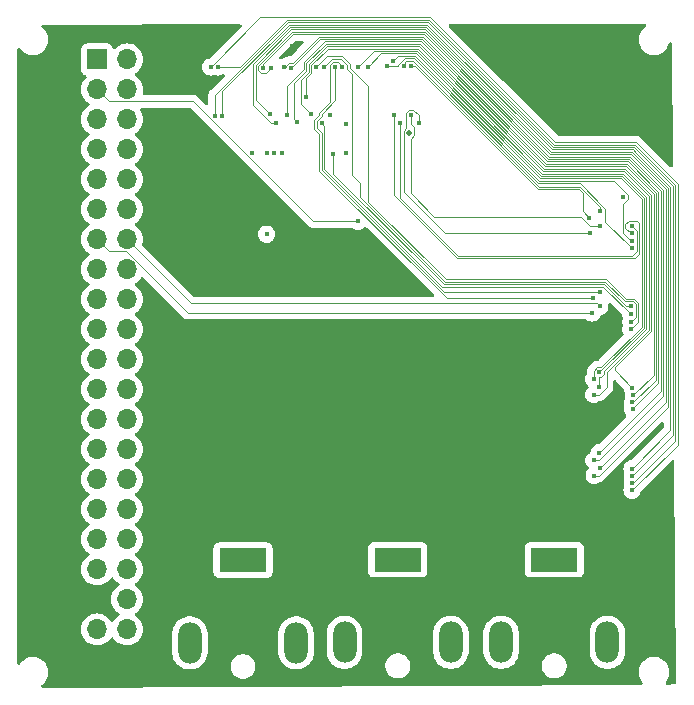
<source format=gbr>
G04 #@! TF.GenerationSoftware,KiCad,Pcbnew,9.0.5*
G04 #@! TF.CreationDate,2025-10-28T18:45:17-07:00*
G04 #@! TF.ProjectId,iris-128b-adapter,69726973-2d31-4323-9862-2d6164617074,rev?*
G04 #@! TF.SameCoordinates,Original*
G04 #@! TF.FileFunction,Copper,L3,Inr*
G04 #@! TF.FilePolarity,Positive*
%FSLAX46Y46*%
G04 Gerber Fmt 4.6, Leading zero omitted, Abs format (unit mm)*
G04 Created by KiCad (PCBNEW 9.0.5) date 2025-10-28 18:45:17*
%MOMM*%
%LPD*%
G01*
G04 APERTURE LIST*
G04 #@! TA.AperFunction,ComponentPad*
%ADD10R,4.000000X2.000000*%
G04 #@! TD*
G04 #@! TA.AperFunction,ComponentPad*
%ADD11O,3.300000X2.000000*%
G04 #@! TD*
G04 #@! TA.AperFunction,ComponentPad*
%ADD12O,2.000000X3.500000*%
G04 #@! TD*
G04 #@! TA.AperFunction,ComponentPad*
%ADD13R,1.700000X1.700000*%
G04 #@! TD*
G04 #@! TA.AperFunction,ComponentPad*
%ADD14O,1.700000X1.700000*%
G04 #@! TD*
G04 #@! TA.AperFunction,ViaPad*
%ADD15C,0.450000*%
G04 #@! TD*
G04 #@! TA.AperFunction,ViaPad*
%ADD16C,0.500000*%
G04 #@! TD*
G04 #@! TA.AperFunction,ViaPad*
%ADD17C,0.600000*%
G04 #@! TD*
G04 #@! TA.AperFunction,Conductor*
%ADD18C,0.101600*%
G04 #@! TD*
G04 APERTURE END LIST*
D10*
X152650000Y-117950000D03*
D11*
X152650000Y-123950000D03*
D12*
X148150000Y-124950000D03*
X157150000Y-124950000D03*
D10*
X139400000Y-117950000D03*
D11*
X139400000Y-123950000D03*
D12*
X134900000Y-124950000D03*
X143900000Y-124950000D03*
D13*
X113950000Y-75605000D03*
D14*
X116490000Y-75605000D03*
X113950000Y-78145000D03*
X116490000Y-78145000D03*
X113950000Y-80685000D03*
X116490000Y-80685000D03*
X113950000Y-83225000D03*
X116490000Y-83225000D03*
X113950000Y-85765000D03*
X116490000Y-85765000D03*
X113950000Y-88305000D03*
X116490000Y-88305000D03*
X113950000Y-90845000D03*
X116490000Y-90845000D03*
X113950000Y-93385000D03*
X116490000Y-93385000D03*
X113950000Y-95925000D03*
X116490000Y-95925000D03*
X113950000Y-98465000D03*
X116490000Y-98465000D03*
X113950000Y-101005000D03*
X116490000Y-101005000D03*
X113950000Y-103545000D03*
X116490000Y-103545000D03*
X113950000Y-106085000D03*
X116490000Y-106085000D03*
X113950000Y-108625000D03*
X116490000Y-108625000D03*
X113950000Y-111165000D03*
X116490000Y-111165000D03*
X113950000Y-113705000D03*
X116490000Y-113705000D03*
X113950000Y-116245000D03*
X116490000Y-116245000D03*
X113950000Y-118785000D03*
X116490000Y-118785000D03*
X113950000Y-121325000D03*
X116490000Y-121325000D03*
X113950000Y-123865000D03*
X116490000Y-123865000D03*
D10*
X126300000Y-118000000D03*
D11*
X126300000Y-124000000D03*
D12*
X121800000Y-125000000D03*
X130800000Y-125000000D03*
D15*
X159107825Y-96517500D03*
X133950000Y-83600000D03*
X135050000Y-81100000D03*
X155857825Y-97067500D03*
X133650000Y-80350000D03*
X135050000Y-83550000D03*
X155982825Y-102667500D03*
X136850000Y-76250000D03*
D16*
X121000000Y-113375000D03*
X128700000Y-92300000D03*
X120850000Y-104000000D03*
D15*
X158457825Y-87217500D03*
D17*
X134575000Y-113525000D03*
X146750000Y-74600000D03*
D16*
X134750000Y-92300000D03*
X140350000Y-81850000D03*
X120125000Y-80925000D03*
X128225000Y-103975000D03*
D17*
X128325000Y-113450000D03*
X130500000Y-74550000D03*
D16*
X120825000Y-92225000D03*
D17*
X142425000Y-113350000D03*
D16*
X134125000Y-103875000D03*
D17*
X155975000Y-74625000D03*
D15*
X130400000Y-76300000D03*
X159257825Y-104642500D03*
X159132825Y-98417500D03*
X132500000Y-76250000D03*
X159199961Y-91552951D03*
X138500000Y-76150000D03*
X156507825Y-95267500D03*
X134100477Y-76226017D03*
X159207825Y-89683000D03*
X139575000Y-81000000D03*
X159207825Y-90953000D03*
X139039430Y-75715817D03*
X139949997Y-76200000D03*
X156507825Y-88417500D03*
X139050000Y-80350000D03*
X159200000Y-90318000D03*
X159357825Y-104017500D03*
X130025000Y-80325000D03*
X156557825Y-89683000D03*
X140550000Y-80300000D03*
X128700000Y-76300000D03*
X156007825Y-109542500D03*
X128000000Y-76300000D03*
X156457825Y-108917500D03*
X132050000Y-80250000D03*
X155982825Y-103992500D03*
X156032825Y-110842500D03*
X129050000Y-81025000D03*
X128950000Y-83500000D03*
X155957825Y-95842500D03*
X134700000Y-76250000D03*
X131600000Y-78750000D03*
X156457825Y-103367500D03*
X129600000Y-83500000D03*
X159232825Y-110242500D03*
X124550000Y-80400000D03*
X159232825Y-112067500D03*
X123550000Y-76250000D03*
X136050000Y-76250000D03*
X156457825Y-102092500D03*
X156507825Y-96517500D03*
X159107825Y-97167500D03*
X132953668Y-81016259D03*
X129800000Y-76250000D03*
X159282825Y-105242500D03*
X128550000Y-80250000D03*
X156482825Y-110192500D03*
X128300000Y-90400000D03*
X128300000Y-83500000D03*
X155607825Y-89017500D03*
X140550000Y-76200000D03*
X136050000Y-89300000D03*
X124150003Y-76250000D03*
X159257825Y-111467500D03*
X159132825Y-97792500D03*
X133175000Y-76250000D03*
X159232825Y-103392500D03*
X130875000Y-80900000D03*
X141175000Y-81000000D03*
X155707825Y-90267500D03*
X123900000Y-80400000D03*
X159257825Y-110867500D03*
X127050000Y-83500000D03*
D18*
X133950000Y-85300000D02*
X133950000Y-83600000D01*
X114952400Y-91847400D02*
X116397400Y-91847400D01*
X143288500Y-94638500D02*
X133950000Y-85300000D01*
X158745193Y-96517500D02*
X156866193Y-94638500D01*
X113950000Y-90845000D02*
X114952400Y-91847400D01*
X156866193Y-94638500D02*
X143288500Y-94638500D01*
X121617500Y-97067500D02*
X155857825Y-97067500D01*
X159107825Y-96517500D02*
X158745193Y-96517500D01*
X116397400Y-91847400D02*
X121617500Y-97067500D01*
X160040025Y-98222932D02*
X160040025Y-87390025D01*
X156596257Y-101666700D02*
X160040025Y-98222932D01*
X151482877Y-85668600D02*
X140907877Y-75093600D01*
X155982825Y-102667500D02*
X155982825Y-101965327D01*
X160040025Y-87390025D02*
X158318600Y-85668600D01*
X158318600Y-85668600D02*
X151482877Y-85668600D01*
X138006400Y-75093600D02*
X136850000Y-76250000D01*
X140907877Y-75093600D02*
X138006400Y-75093600D01*
X155982825Y-101965327D02*
X156281452Y-101666700D01*
X156281452Y-101666700D02*
X156596257Y-101666700D01*
X159334998Y-104642500D02*
X161259225Y-102718273D01*
X161259225Y-86885017D02*
X158817808Y-84443600D01*
X151982085Y-84443600D02*
X141412885Y-73874400D01*
X141412885Y-73874400D02*
X132825600Y-73874400D01*
X132825600Y-73874400D02*
X130400000Y-76300000D01*
X161259225Y-102718273D02*
X161259225Y-86885017D01*
X158817808Y-84443600D02*
X151982085Y-84443600D01*
X159257825Y-104642500D02*
X159334998Y-104642500D01*
X159368366Y-95888500D02*
X159736825Y-96256959D01*
X134639541Y-75300000D02*
X135329000Y-75989459D01*
X157026215Y-94223786D02*
X158690929Y-95888500D01*
X136875800Y-77889005D02*
X136875800Y-87651064D01*
X136875800Y-87651064D02*
X143448522Y-94223786D01*
X135329000Y-76342205D02*
X136875800Y-77889005D01*
X135329000Y-75989459D02*
X135329000Y-76342205D01*
X159736825Y-96256959D02*
X159736825Y-97813500D01*
X133450000Y-75300000D02*
X134639541Y-75300000D01*
X132500000Y-76250000D02*
X133450000Y-75300000D01*
X143448522Y-94223786D02*
X157026215Y-94223786D01*
X159736825Y-97813500D02*
X159132825Y-98417500D01*
X158690929Y-95888500D02*
X159368366Y-95888500D01*
X156983625Y-88258625D02*
X154800000Y-86075000D01*
X139400000Y-76150000D02*
X138500000Y-76150000D01*
X139450000Y-76100000D02*
X139400000Y-76150000D01*
X154800000Y-86075000D02*
X151314541Y-86075000D01*
X159164912Y-91588000D02*
X159078325Y-91588000D01*
X151314541Y-86075000D02*
X140739541Y-75500000D01*
X159199961Y-91549961D02*
X156983625Y-89333625D01*
X139450000Y-76097824D02*
X139450000Y-76100000D01*
X156983625Y-89333625D02*
X156983625Y-88258625D01*
X140739541Y-75500000D02*
X140047824Y-75500000D01*
X140047824Y-75500000D02*
X139450000Y-76097824D01*
X159199961Y-91552951D02*
X159199961Y-91549961D01*
X159199961Y-91552951D02*
X159164912Y-91588000D01*
X132953200Y-80414554D02*
X132953200Y-80184168D01*
X156507825Y-95267500D02*
X155670193Y-95267500D01*
X132953200Y-84940832D02*
X143279868Y-95267500D01*
X132527868Y-80839886D02*
X132953200Y-80414554D01*
X143279868Y-95267500D02*
X155670193Y-95267500D01*
X134100477Y-79036891D02*
X134100477Y-76226017D01*
X132527868Y-81390500D02*
X132527868Y-80839886D01*
X132953200Y-84940832D02*
X132953200Y-81815832D01*
X132953200Y-81815832D02*
X132527868Y-81390500D01*
X132953200Y-80184168D02*
X134100477Y-79036891D01*
X159633625Y-91843873D02*
X159259998Y-92217500D01*
X139575000Y-87325000D02*
X144467500Y-92217500D01*
X144467500Y-92217500D02*
X156900000Y-92217500D01*
X159633625Y-90108800D02*
X159633625Y-91843873D01*
X159259998Y-92217500D02*
X156857825Y-92217500D01*
X139575000Y-81000000D02*
X139575000Y-87325000D01*
X159207825Y-89683000D02*
X159633625Y-90108800D01*
X158457825Y-87819673D02*
X158883625Y-87393873D01*
X158457825Y-90267500D02*
X158457825Y-87819673D01*
X140823709Y-75296800D02*
X139458447Y-75296800D01*
X139458447Y-75296800D02*
X139039430Y-75715817D01*
X151398709Y-85871800D02*
X140823709Y-75296800D01*
X158883625Y-87393873D02*
X158883625Y-87041127D01*
X159207825Y-90953000D02*
X159143325Y-90953000D01*
X158883625Y-87041127D02*
X157714298Y-85871800D01*
X157714298Y-85871800D02*
X151398709Y-85871800D01*
X159143325Y-90953000D02*
X158457825Y-90267500D01*
X140125800Y-75774200D02*
X140726373Y-75774200D01*
X139949997Y-76200000D02*
X139949997Y-75950003D01*
X151358357Y-86406184D02*
X154843816Y-86406184D01*
X154843816Y-86406184D02*
X156507825Y-88070193D01*
X156507825Y-88070193D02*
X156507825Y-88417500D01*
X139949997Y-75950003D02*
X140125800Y-75774200D01*
X140726373Y-75774200D02*
X151358357Y-86406184D01*
X158661025Y-89870700D02*
X158661025Y-89564300D01*
X159108325Y-90318000D02*
X158661025Y-89870700D01*
X139050000Y-87087368D02*
X139050000Y-80350000D01*
X159200000Y-90318000D02*
X159108325Y-90318000D01*
X159836825Y-92078041D02*
X159494166Y-92420700D01*
X158661025Y-89564300D02*
X158968125Y-89257200D01*
X159836825Y-89446500D02*
X159836825Y-92078041D01*
X159647525Y-89257200D02*
X159836825Y-89446500D01*
X158968125Y-89257200D02*
X159647525Y-89257200D01*
X159494166Y-92420700D02*
X144383332Y-92420700D01*
X144383332Y-92420700D02*
X139050000Y-87087368D01*
X131464600Y-76385400D02*
X131464600Y-75821123D01*
X133208123Y-74077600D02*
X141328717Y-74077600D01*
X130025000Y-77825000D02*
X131464600Y-76385400D01*
X131464600Y-75821123D02*
X133208123Y-74077600D01*
X151897917Y-84646800D02*
X158733640Y-84646800D01*
X158733640Y-84646800D02*
X161056025Y-86969185D01*
X130025000Y-80325000D02*
X130025000Y-77825000D01*
X141328717Y-74077600D02*
X151897917Y-84646800D01*
X161056025Y-102319300D02*
X159357825Y-104017500D01*
X161056025Y-86969185D02*
X161056025Y-102319300D01*
X140524200Y-86926373D02*
X140524200Y-82313328D01*
X140524200Y-82313328D02*
X140800800Y-82036728D01*
X140550000Y-81051600D02*
X140550000Y-80300000D01*
X155671152Y-89683000D02*
X154901652Y-88913500D01*
X142511327Y-88913500D02*
X140524200Y-86926373D01*
X140800800Y-81302400D02*
X140550000Y-81051600D01*
X140800800Y-82036728D02*
X140800800Y-81302400D01*
X154901652Y-88913500D02*
X142511327Y-88913500D01*
X156557825Y-89683000D02*
X155671152Y-89683000D01*
X161868825Y-104108673D02*
X161868825Y-86632513D01*
X152234589Y-83834000D02*
X141665389Y-73264800D01*
X130433027Y-73264800D02*
X127574200Y-76123627D01*
X128250000Y-76750000D02*
X128700000Y-76300000D01*
X161868825Y-86632513D02*
X159070312Y-83834000D01*
X141665389Y-73264800D02*
X130433027Y-73264800D01*
X127847827Y-76750000D02*
X128250000Y-76750000D01*
X127574200Y-76476373D02*
X127847827Y-76750000D01*
X159070312Y-83834000D02*
X152234589Y-83834000D01*
X127574200Y-76123627D02*
X127574200Y-76476373D01*
X156434998Y-109542500D02*
X161868825Y-104108673D01*
X156007825Y-109542500D02*
X156434998Y-109542500D01*
X161665625Y-103709700D02*
X161665625Y-86716681D01*
X141581221Y-73468000D02*
X130517195Y-73468000D01*
X152150421Y-84037200D02*
X141581221Y-73468000D01*
X128000000Y-75985195D02*
X128000000Y-76300000D01*
X158986144Y-84037200D02*
X152150421Y-84037200D01*
X156457825Y-108917500D02*
X161665625Y-103709700D01*
X161665625Y-86716681D02*
X158986144Y-84037200D01*
X130517195Y-73468000D02*
X128000000Y-75985195D01*
X151735381Y-85059000D02*
X141160381Y-74484000D01*
X131871000Y-76641632D02*
X131174200Y-77338432D01*
X157086825Y-103340673D02*
X157086825Y-102038236D01*
X160649625Y-87137521D02*
X158571104Y-85059000D01*
X158571104Y-85059000D02*
X151735381Y-85059000D01*
X157086825Y-102038236D02*
X160649625Y-98475436D01*
X160649625Y-98475436D02*
X160649625Y-87137521D01*
X156434998Y-103992500D02*
X157086825Y-103340673D01*
X133376459Y-74484000D02*
X131871000Y-75989459D01*
X131174200Y-79374200D02*
X132050000Y-80250000D01*
X155982825Y-103992500D02*
X156434998Y-103992500D01*
X131174200Y-77338432D02*
X131174200Y-79374200D01*
X131871000Y-75989459D02*
X131871000Y-76641632D01*
X141160381Y-74484000D02*
X133376459Y-74484000D01*
X130264691Y-72858400D02*
X127150000Y-75973091D01*
X152402925Y-83427600D02*
X147675162Y-78699837D01*
X147667400Y-78692075D02*
X141833725Y-72858400D01*
X156434998Y-110842500D02*
X162275225Y-105002273D01*
X162275225Y-105002273D02*
X162275225Y-86464177D01*
X127150000Y-75973091D02*
X127150000Y-79500000D01*
X127150000Y-79500000D02*
X128675000Y-81025000D01*
X141833725Y-72858400D02*
X130264691Y-72858400D01*
X162275225Y-86464177D02*
X159238648Y-83427600D01*
X128675000Y-81025000D02*
X129050000Y-81025000D01*
X159238648Y-83427600D02*
X152402925Y-83427600D01*
X156032825Y-110842500D02*
X156434998Y-110842500D01*
X133674677Y-79175323D02*
X133674677Y-76049644D01*
X132324668Y-80755718D02*
X132750000Y-80330386D01*
X132750000Y-85025000D02*
X132750000Y-81900000D01*
X134350217Y-75800217D02*
X134700000Y-76150000D01*
X132324668Y-81474668D02*
X132324668Y-80755718D01*
X132750000Y-81900000D02*
X132324668Y-81474668D01*
X132750000Y-80100000D02*
X133674677Y-79175323D01*
X134700000Y-76150000D02*
X134700000Y-76250000D01*
X133674677Y-76049644D02*
X133924104Y-75800217D01*
X132750000Y-80330386D02*
X132750000Y-80100000D01*
X155957825Y-95842500D02*
X143567500Y-95842500D01*
X133924104Y-75800217D02*
X134350217Y-75800217D01*
X143567500Y-95842500D02*
X132750000Y-85025000D01*
X145932007Y-79542993D02*
X151651213Y-85262200D01*
X145907007Y-79517993D02*
X145769506Y-79380494D01*
X156457825Y-102518300D02*
X156457825Y-103367500D01*
X145769506Y-79380494D02*
X145823079Y-79434066D01*
X132074200Y-76725800D02*
X132074200Y-76073627D01*
X156883625Y-101954068D02*
X156883625Y-102268873D01*
X145932007Y-79542993D02*
X145907007Y-79517993D01*
X132074200Y-76073627D02*
X133460627Y-74687200D01*
X151651213Y-85262200D02*
X158486936Y-85262200D01*
X158486936Y-85262200D02*
X160446425Y-87221689D01*
X160446425Y-98391268D02*
X156883625Y-101954068D01*
X156883625Y-102268873D02*
X156634198Y-102518300D01*
X160446425Y-87221689D02*
X160446425Y-98391268D01*
X145932007Y-79542993D02*
X145882007Y-79492993D01*
X156634198Y-102518300D02*
X156457825Y-102518300D01*
X133460627Y-74687200D02*
X141076213Y-74687200D01*
X131600000Y-77200000D02*
X132074200Y-76725800D01*
X131600000Y-78750000D02*
X131600000Y-77200000D01*
X141076213Y-74687200D02*
X145769506Y-79380494D01*
X162478425Y-106996900D02*
X162478425Y-86380009D01*
X124550000Y-78285723D02*
X130180523Y-72655200D01*
X124550000Y-80400000D02*
X124550000Y-78285723D01*
X152487093Y-83224400D02*
X159322816Y-83224400D01*
X159232825Y-110242500D02*
X162478425Y-106996900D01*
X130180523Y-72655200D02*
X141917893Y-72655200D01*
X141917893Y-72655200D02*
X152487093Y-83224400D01*
X162478425Y-86380009D02*
X159599208Y-83500792D01*
X159322816Y-83224400D02*
X159611956Y-83513540D01*
X159232825Y-112067500D02*
X159259998Y-112067500D01*
X123550000Y-76247830D02*
X123550000Y-76250000D01*
X163088025Y-86127505D02*
X159575320Y-82614800D01*
X159259998Y-112067500D02*
X163088025Y-108239473D01*
X152739598Y-82614800D02*
X142170397Y-72045600D01*
X163088025Y-108239473D02*
X163088025Y-86127505D01*
X159575320Y-82614800D02*
X152739598Y-82614800D01*
X142170397Y-72045600D02*
X127752230Y-72045600D01*
X127752230Y-72045600D02*
X123550000Y-76247830D01*
X137409600Y-74890400D02*
X140992045Y-74890400D01*
X160243225Y-98307100D02*
X156457825Y-102092500D01*
X136050000Y-76250000D02*
X137409600Y-74890400D01*
X158402768Y-85465400D02*
X160243225Y-87305857D01*
X160243225Y-87305857D02*
X160243225Y-98307100D01*
X140992045Y-74890400D02*
X151567045Y-85465400D01*
X151567045Y-85465400D02*
X158402768Y-85465400D01*
X156507825Y-96517500D02*
X156258625Y-96268300D01*
X121913300Y-96268300D02*
X116490000Y-90845000D01*
X133156400Y-84856400D02*
X133156400Y-81218991D01*
X159107825Y-97167500D02*
X156782025Y-94841700D01*
X143141700Y-94841700D02*
X133156400Y-84856400D01*
X133156400Y-81218991D02*
X132953668Y-81016259D01*
X156258625Y-96268300D02*
X121913300Y-96268300D01*
X156782025Y-94841700D02*
X143141700Y-94841700D01*
X130223627Y-75874200D02*
X129974200Y-76123627D01*
X129974200Y-76250000D02*
X129800000Y-76250000D01*
X161462425Y-86800849D02*
X158901976Y-84240400D01*
X132741432Y-73671200D02*
X130538432Y-75874200D01*
X152066253Y-84240400D02*
X141497053Y-73671200D01*
X141497053Y-73671200D02*
X132741432Y-73671200D01*
X130538432Y-75874200D02*
X130223627Y-75874200D01*
X129974200Y-76123627D02*
X129974200Y-76250000D01*
X161462425Y-103040073D02*
X161462425Y-86800849D01*
X159259998Y-105242500D02*
X161462425Y-103040073D01*
X159282825Y-105242500D02*
X159259998Y-105242500D01*
X158901976Y-84240400D02*
X152066253Y-84240400D01*
X127371000Y-76039459D02*
X130348859Y-73061600D01*
X152318757Y-83630800D02*
X159154480Y-83630800D01*
X141749557Y-73061600D02*
X152318757Y-83630800D01*
X162072025Y-104603300D02*
X162072025Y-86548345D01*
X130348859Y-73061600D02*
X141749557Y-73061600D01*
X159154480Y-83630800D02*
X159341732Y-83818052D01*
X156482825Y-110192500D02*
X162072025Y-104603300D01*
X127371000Y-79071000D02*
X127371000Y-76039459D01*
X162072025Y-86548345D02*
X159341732Y-83818052D01*
X128550000Y-80250000D02*
X127371000Y-79071000D01*
X155607825Y-89017500D02*
X155050000Y-88459675D01*
X140864805Y-76200000D02*
X140550000Y-76200000D01*
X151274189Y-86609384D02*
X140864805Y-76200000D01*
X155050000Y-86899736D02*
X154759648Y-86609384D01*
X155050000Y-88459675D02*
X155050000Y-86899736D01*
X154759648Y-86609384D02*
X151274189Y-86609384D01*
X122045227Y-79147400D02*
X114952400Y-79147400D01*
X136050000Y-89300000D02*
X132197827Y-89300000D01*
X114952400Y-79147400D02*
X113950000Y-78145000D01*
X132197827Y-89300000D02*
X122045227Y-79147400D01*
X159307825Y-111467500D02*
X162884825Y-107890500D01*
X126010987Y-76250000D02*
X124150003Y-76250000D01*
X130012187Y-72248800D02*
X126010987Y-76250000D01*
X152655430Y-82818000D02*
X142086229Y-72248800D01*
X159491152Y-82818000D02*
X152655430Y-82818000D01*
X162884825Y-86211673D02*
X159491152Y-82818000D01*
X159257825Y-111467500D02*
X159307825Y-111467500D01*
X142086229Y-72248800D02*
X130012187Y-72248800D01*
X162884825Y-107890500D02*
X162884825Y-86211673D01*
X135550000Y-85425264D02*
X135550000Y-76850573D01*
X159284198Y-96091700D02*
X158606761Y-96091700D01*
X134602173Y-75550000D02*
X133875000Y-75550000D01*
X135125800Y-76073627D02*
X134602173Y-75550000D01*
X135550000Y-76850573D02*
X135125800Y-76426373D01*
X158606761Y-96091700D02*
X156950361Y-94435300D01*
X133875000Y-75550000D02*
X133175000Y-76250000D01*
X143372668Y-94435300D02*
X136200000Y-87262632D01*
X159132825Y-97792500D02*
X159533625Y-97391700D01*
X156950361Y-94435300D02*
X143372668Y-94435300D01*
X136200000Y-87262632D02*
X136200000Y-86075264D01*
X159533625Y-97391700D02*
X159533625Y-96341127D01*
X159533625Y-96341127D02*
X159284198Y-96091700D01*
X135125800Y-76426373D02*
X135125800Y-76073627D01*
X136200000Y-86075264D02*
X135550000Y-85425264D01*
X160852825Y-98559604D02*
X157757825Y-101654604D01*
X130875000Y-80900000D02*
X130650000Y-80675000D01*
X131667800Y-76557464D02*
X131667800Y-75905291D01*
X130650000Y-80675000D02*
X130650000Y-77575264D01*
X141244549Y-74280800D02*
X151819549Y-84855800D01*
X130650000Y-77575264D02*
X131667800Y-76557464D01*
X158655272Y-84855800D02*
X160852825Y-87053353D01*
X157757825Y-101917500D02*
X159232825Y-103392500D01*
X157757825Y-101654604D02*
X157757825Y-101917500D01*
X151819549Y-84855800D02*
X158655272Y-84855800D01*
X133292291Y-74280800D02*
X141244549Y-74280800D01*
X160852825Y-87053353D02*
X160852825Y-98559604D01*
X131667800Y-75905291D02*
X133292291Y-74280800D01*
X143366700Y-90267500D02*
X155707825Y-90267500D01*
X141175000Y-80322827D02*
X141175000Y-81000000D01*
X140373627Y-79874200D02*
X140726373Y-79874200D01*
X139899200Y-86800000D02*
X143366700Y-90267500D01*
X140726373Y-79874200D02*
X141175000Y-80322827D01*
X140124200Y-80123627D02*
X140373627Y-79874200D01*
X139899200Y-81663272D02*
X140124200Y-81438272D01*
X140124200Y-81438272D02*
X140124200Y-80123627D01*
X139899200Y-86800000D02*
X139899200Y-81663272D01*
X130096355Y-72452000D02*
X123900000Y-78648355D01*
X123900000Y-78648355D02*
X123900000Y-80400000D01*
X142002061Y-72452000D02*
X130096355Y-72452000D01*
X162681625Y-86295841D02*
X159406984Y-83021200D01*
X159257825Y-110867500D02*
X162681625Y-107443700D01*
X159406984Y-83021200D02*
X152571262Y-83021200D01*
X152571262Y-83021200D02*
X142002061Y-72452000D01*
X162681625Y-107443700D02*
X162681625Y-86295841D01*
G04 #@! TA.AperFunction,Conductor*
G36*
X109336515Y-72648071D02*
G01*
X109336508Y-72648071D01*
X126085747Y-72632955D01*
X109336515Y-72648071D01*
G37*
G04 #@! TD.AperFunction*
G04 #@! TA.AperFunction,Conductor*
G36*
X143820626Y-72616948D02*
G01*
X143820600Y-72616948D01*
X159147598Y-72603115D01*
X143820626Y-72616948D01*
G37*
G04 #@! TD.AperFunction*
G04 #@! TA.AperFunction,Conductor*
G36*
X126152801Y-72652578D02*
G01*
X126198604Y-72705341D01*
X126208610Y-72774490D01*
X126179642Y-72838072D01*
X126173537Y-72844635D01*
X123522376Y-75495796D01*
X123461053Y-75529281D01*
X123448580Y-75531335D01*
X123387544Y-75538212D01*
X123233225Y-75592210D01*
X123094795Y-75679192D01*
X122979192Y-75794795D01*
X122892210Y-75933225D01*
X122838212Y-76087544D01*
X122819909Y-76249996D01*
X122819909Y-76250003D01*
X122838212Y-76412455D01*
X122892210Y-76566774D01*
X122940419Y-76643498D01*
X122979192Y-76705204D01*
X123094796Y-76820808D01*
X123233225Y-76907789D01*
X123387539Y-76961786D01*
X123387542Y-76961786D01*
X123387544Y-76961787D01*
X123549996Y-76980091D01*
X123550000Y-76980091D01*
X123550004Y-76980091D01*
X123712455Y-76961787D01*
X123712456Y-76961786D01*
X123712461Y-76961786D01*
X123809049Y-76927987D01*
X123878824Y-76924425D01*
X123890935Y-76927981D01*
X123987542Y-76961786D01*
X123987546Y-76961786D01*
X123987548Y-76961787D01*
X123987545Y-76961787D01*
X124149999Y-76980091D01*
X124150003Y-76980091D01*
X124150007Y-76980091D01*
X124312458Y-76961787D01*
X124312459Y-76961786D01*
X124312464Y-76961786D01*
X124466778Y-76907789D01*
X124595402Y-76826968D01*
X124662638Y-76807968D01*
X124729473Y-76828335D01*
X124774688Y-76881603D01*
X124783926Y-76950859D01*
X124754254Y-77014116D01*
X124749055Y-77019643D01*
X123561494Y-78207205D01*
X123458852Y-78309846D01*
X123458847Y-78309852D01*
X123386271Y-78435557D01*
X123386271Y-78435558D01*
X123348700Y-78575775D01*
X123348700Y-79371855D01*
X123329015Y-79438894D01*
X123276211Y-79484649D01*
X123207053Y-79494593D01*
X123143497Y-79465568D01*
X123137019Y-79459536D01*
X122383735Y-78706252D01*
X122383729Y-78706247D01*
X122258023Y-78633671D01*
X122258022Y-78633670D01*
X122258021Y-78633670D01*
X122117807Y-78596100D01*
X122117806Y-78596100D01*
X117928869Y-78596100D01*
X117861830Y-78576415D01*
X117816075Y-78523611D01*
X117806131Y-78454453D01*
X117809094Y-78440007D01*
X117814793Y-78418733D01*
X117825063Y-78380408D01*
X117845659Y-78145000D01*
X117825063Y-77909592D01*
X117763903Y-77681337D01*
X117664035Y-77467171D01*
X117658425Y-77459158D01*
X117528494Y-77273597D01*
X117361402Y-77106506D01*
X117361396Y-77106501D01*
X117175842Y-76976575D01*
X117132217Y-76921998D01*
X117125023Y-76852500D01*
X117156546Y-76790145D01*
X117175842Y-76773425D01*
X117250734Y-76720985D01*
X117361401Y-76643495D01*
X117528495Y-76476401D01*
X117664035Y-76282830D01*
X117763903Y-76068663D01*
X117825063Y-75840408D01*
X117845659Y-75605000D01*
X117825063Y-75369592D01*
X117763903Y-75141337D01*
X117664035Y-74927171D01*
X117656890Y-74916966D01*
X117528494Y-74733597D01*
X117361402Y-74566506D01*
X117361395Y-74566501D01*
X117167834Y-74430967D01*
X117167830Y-74430965D01*
X117153363Y-74424219D01*
X116953663Y-74331097D01*
X116953659Y-74331096D01*
X116953655Y-74331094D01*
X116725413Y-74269938D01*
X116725403Y-74269936D01*
X116490001Y-74249341D01*
X116489999Y-74249341D01*
X116254596Y-74269936D01*
X116254586Y-74269938D01*
X116026344Y-74331094D01*
X116026335Y-74331098D01*
X115812171Y-74430964D01*
X115812169Y-74430965D01*
X115618600Y-74566503D01*
X115496673Y-74688430D01*
X115435350Y-74721914D01*
X115365658Y-74716930D01*
X115309725Y-74675058D01*
X115292810Y-74644081D01*
X115243797Y-74512671D01*
X115243793Y-74512664D01*
X115157547Y-74397455D01*
X115157544Y-74397452D01*
X115042335Y-74311206D01*
X115042328Y-74311202D01*
X114907482Y-74260908D01*
X114907483Y-74260908D01*
X114847883Y-74254501D01*
X114847881Y-74254500D01*
X114847873Y-74254500D01*
X114847864Y-74254500D01*
X113052129Y-74254500D01*
X113052123Y-74254501D01*
X112992516Y-74260908D01*
X112857671Y-74311202D01*
X112857664Y-74311206D01*
X112742455Y-74397452D01*
X112742452Y-74397455D01*
X112656206Y-74512664D01*
X112656202Y-74512671D01*
X112605908Y-74647517D01*
X112599501Y-74707116D01*
X112599500Y-74707135D01*
X112599500Y-76502870D01*
X112599501Y-76502876D01*
X112605908Y-76562483D01*
X112656202Y-76697328D01*
X112656206Y-76697335D01*
X112742452Y-76812544D01*
X112742455Y-76812547D01*
X112857664Y-76898793D01*
X112857671Y-76898797D01*
X112989081Y-76947810D01*
X113045015Y-76989681D01*
X113069432Y-77055145D01*
X113054580Y-77123418D01*
X113033430Y-77151673D01*
X112911503Y-77273600D01*
X112775965Y-77467169D01*
X112775964Y-77467171D01*
X112676098Y-77681335D01*
X112676094Y-77681344D01*
X112614938Y-77909586D01*
X112614936Y-77909596D01*
X112594341Y-78144999D01*
X112594341Y-78145000D01*
X112614936Y-78380403D01*
X112614938Y-78380413D01*
X112676094Y-78608655D01*
X112676096Y-78608659D01*
X112676097Y-78608663D01*
X112721603Y-78706250D01*
X112775965Y-78822830D01*
X112775967Y-78822834D01*
X112911501Y-79016395D01*
X112911506Y-79016402D01*
X113078597Y-79183493D01*
X113078603Y-79183498D01*
X113264158Y-79313425D01*
X113307783Y-79368002D01*
X113314977Y-79437500D01*
X113283454Y-79499855D01*
X113264158Y-79516575D01*
X113078597Y-79646505D01*
X112911505Y-79813597D01*
X112775965Y-80007169D01*
X112775964Y-80007171D01*
X112676098Y-80221335D01*
X112676094Y-80221344D01*
X112614938Y-80449586D01*
X112614936Y-80449596D01*
X112594341Y-80684999D01*
X112594341Y-80685000D01*
X112614936Y-80920403D01*
X112614938Y-80920413D01*
X112676094Y-81148655D01*
X112676096Y-81148659D01*
X112676097Y-81148663D01*
X112708654Y-81218481D01*
X112775965Y-81362830D01*
X112775967Y-81362834D01*
X112848311Y-81466151D01*
X112911501Y-81556396D01*
X112911506Y-81556402D01*
X113078597Y-81723493D01*
X113078603Y-81723498D01*
X113264158Y-81853425D01*
X113307783Y-81908002D01*
X113314977Y-81977500D01*
X113283454Y-82039855D01*
X113264158Y-82056575D01*
X113078597Y-82186505D01*
X112911505Y-82353597D01*
X112775965Y-82547169D01*
X112775964Y-82547171D01*
X112676098Y-82761335D01*
X112676094Y-82761344D01*
X112614938Y-82989586D01*
X112614936Y-82989596D01*
X112594341Y-83224999D01*
X112594341Y-83225000D01*
X112614936Y-83460403D01*
X112614938Y-83460413D01*
X112676094Y-83688655D01*
X112676096Y-83688659D01*
X112676097Y-83688663D01*
X112735837Y-83816775D01*
X112775965Y-83902830D01*
X112775967Y-83902834D01*
X112879053Y-84050055D01*
X112911501Y-84096396D01*
X112911506Y-84096402D01*
X113078597Y-84263493D01*
X113078603Y-84263498D01*
X113264158Y-84393425D01*
X113307783Y-84448002D01*
X113314977Y-84517500D01*
X113283454Y-84579855D01*
X113264158Y-84596575D01*
X113078597Y-84726505D01*
X112911505Y-84893597D01*
X112775965Y-85087169D01*
X112775964Y-85087171D01*
X112676098Y-85301335D01*
X112676094Y-85301344D01*
X112614938Y-85529586D01*
X112614936Y-85529596D01*
X112594341Y-85764999D01*
X112594341Y-85765000D01*
X112614936Y-86000403D01*
X112614938Y-86000413D01*
X112676094Y-86228655D01*
X112676096Y-86228659D01*
X112676097Y-86228663D01*
X112680000Y-86237032D01*
X112775965Y-86442830D01*
X112775967Y-86442834D01*
X112867432Y-86573458D01*
X112911501Y-86636396D01*
X112911506Y-86636402D01*
X113078597Y-86803493D01*
X113078603Y-86803498D01*
X113264158Y-86933425D01*
X113307783Y-86988002D01*
X113314977Y-87057500D01*
X113283454Y-87119855D01*
X113264158Y-87136575D01*
X113078597Y-87266505D01*
X112911505Y-87433597D01*
X112775965Y-87627169D01*
X112775964Y-87627171D01*
X112676098Y-87841335D01*
X112676094Y-87841344D01*
X112614938Y-88069586D01*
X112614936Y-88069596D01*
X112594341Y-88304999D01*
X112594341Y-88305000D01*
X112614936Y-88540403D01*
X112614938Y-88540413D01*
X112676094Y-88768655D01*
X112676096Y-88768659D01*
X112676097Y-88768663D01*
X112680000Y-88777032D01*
X112775965Y-88982830D01*
X112775967Y-88982834D01*
X112861698Y-89105269D01*
X112911501Y-89176396D01*
X112911506Y-89176402D01*
X113078597Y-89343493D01*
X113078603Y-89343498D01*
X113264158Y-89473425D01*
X113307783Y-89528002D01*
X113314977Y-89597500D01*
X113283454Y-89659855D01*
X113264158Y-89676575D01*
X113078597Y-89806505D01*
X112911505Y-89973597D01*
X112775965Y-90167169D01*
X112775964Y-90167171D01*
X112676098Y-90381335D01*
X112676094Y-90381344D01*
X112614938Y-90609586D01*
X112614936Y-90609596D01*
X112594341Y-90844999D01*
X112594341Y-90845000D01*
X112614936Y-91080403D01*
X112614938Y-91080413D01*
X112676094Y-91308655D01*
X112676096Y-91308659D01*
X112676097Y-91308663D01*
X112744111Y-91454519D01*
X112775965Y-91522830D01*
X112775967Y-91522834D01*
X112911501Y-91716395D01*
X112911506Y-91716402D01*
X113078597Y-91883493D01*
X113078603Y-91883498D01*
X113264158Y-92013425D01*
X113307783Y-92068002D01*
X113314977Y-92137500D01*
X113283454Y-92199855D01*
X113264158Y-92216575D01*
X113078597Y-92346505D01*
X112911505Y-92513597D01*
X112775965Y-92707169D01*
X112775964Y-92707171D01*
X112676098Y-92921335D01*
X112676094Y-92921344D01*
X112614938Y-93149586D01*
X112614936Y-93149596D01*
X112594341Y-93384999D01*
X112594341Y-93385000D01*
X112614936Y-93620403D01*
X112614938Y-93620413D01*
X112676094Y-93848655D01*
X112676096Y-93848659D01*
X112676097Y-93848663D01*
X112680000Y-93857032D01*
X112775965Y-94062830D01*
X112775967Y-94062834D01*
X112791068Y-94084400D01*
X112911501Y-94256396D01*
X112911506Y-94256402D01*
X113078597Y-94423493D01*
X113078603Y-94423498D01*
X113264158Y-94553425D01*
X113307783Y-94608002D01*
X113314977Y-94677500D01*
X113283454Y-94739855D01*
X113264158Y-94756575D01*
X113078597Y-94886505D01*
X112911505Y-95053597D01*
X112775965Y-95247169D01*
X112775964Y-95247171D01*
X112676098Y-95461335D01*
X112676094Y-95461344D01*
X112614938Y-95689586D01*
X112614936Y-95689596D01*
X112594341Y-95924999D01*
X112594341Y-95925000D01*
X112614936Y-96160403D01*
X112614938Y-96160413D01*
X112676094Y-96388655D01*
X112676096Y-96388659D01*
X112676097Y-96388663D01*
X112736175Y-96517500D01*
X112775965Y-96602830D01*
X112775967Y-96602834D01*
X112884281Y-96757521D01*
X112911501Y-96796396D01*
X112911506Y-96796402D01*
X113078597Y-96963493D01*
X113078603Y-96963498D01*
X113264158Y-97093425D01*
X113307783Y-97148002D01*
X113314977Y-97217500D01*
X113283454Y-97279855D01*
X113264158Y-97296575D01*
X113078597Y-97426505D01*
X112911505Y-97593597D01*
X112775965Y-97787169D01*
X112775964Y-97787171D01*
X112676098Y-98001335D01*
X112676094Y-98001344D01*
X112614938Y-98229586D01*
X112614936Y-98229596D01*
X112594341Y-98464999D01*
X112594341Y-98465000D01*
X112614936Y-98700403D01*
X112614938Y-98700413D01*
X112676094Y-98928655D01*
X112676096Y-98928659D01*
X112676097Y-98928663D01*
X112756004Y-99100023D01*
X112775965Y-99142830D01*
X112775967Y-99142834D01*
X112884281Y-99297521D01*
X112911501Y-99336396D01*
X112911506Y-99336402D01*
X113078597Y-99503493D01*
X113078603Y-99503498D01*
X113264158Y-99633425D01*
X113307783Y-99688002D01*
X113314977Y-99757500D01*
X113283454Y-99819855D01*
X113264158Y-99836575D01*
X113078597Y-99966505D01*
X112911505Y-100133597D01*
X112775965Y-100327169D01*
X112775964Y-100327171D01*
X112676098Y-100541335D01*
X112676094Y-100541344D01*
X112614938Y-100769586D01*
X112614936Y-100769596D01*
X112594341Y-101004999D01*
X112594341Y-101005000D01*
X112614936Y-101240403D01*
X112614938Y-101240413D01*
X112676094Y-101468655D01*
X112676096Y-101468659D01*
X112676097Y-101468663D01*
X112749849Y-101626824D01*
X112775965Y-101682830D01*
X112775967Y-101682834D01*
X112848242Y-101786052D01*
X112911501Y-101876396D01*
X112911506Y-101876402D01*
X113078597Y-102043493D01*
X113078603Y-102043498D01*
X113264158Y-102173425D01*
X113307783Y-102228002D01*
X113314977Y-102297500D01*
X113283454Y-102359855D01*
X113264158Y-102376575D01*
X113078597Y-102506505D01*
X112911505Y-102673597D01*
X112775965Y-102867169D01*
X112775964Y-102867171D01*
X112676098Y-103081335D01*
X112676094Y-103081344D01*
X112614938Y-103309586D01*
X112614936Y-103309596D01*
X112594341Y-103544999D01*
X112594341Y-103545000D01*
X112614936Y-103780403D01*
X112614938Y-103780413D01*
X112676094Y-104008655D01*
X112676096Y-104008659D01*
X112676097Y-104008663D01*
X112744314Y-104154955D01*
X112775965Y-104222830D01*
X112775967Y-104222834D01*
X112848013Y-104325725D01*
X112911501Y-104416396D01*
X112911506Y-104416402D01*
X113078597Y-104583493D01*
X113078603Y-104583498D01*
X113264158Y-104713425D01*
X113307783Y-104768002D01*
X113314977Y-104837500D01*
X113283454Y-104899855D01*
X113264158Y-104916575D01*
X113078597Y-105046505D01*
X112911505Y-105213597D01*
X112775965Y-105407169D01*
X112775964Y-105407171D01*
X112676098Y-105621335D01*
X112676094Y-105621344D01*
X112614938Y-105849586D01*
X112614936Y-105849596D01*
X112594341Y-106084999D01*
X112594341Y-106085000D01*
X112614936Y-106320403D01*
X112614938Y-106320413D01*
X112676094Y-106548655D01*
X112676096Y-106548659D01*
X112676097Y-106548663D01*
X112756004Y-106720023D01*
X112775965Y-106762830D01*
X112775967Y-106762834D01*
X112790942Y-106784220D01*
X112911501Y-106956396D01*
X112911506Y-106956402D01*
X113078597Y-107123493D01*
X113078603Y-107123498D01*
X113264158Y-107253425D01*
X113307783Y-107308002D01*
X113314977Y-107377500D01*
X113283454Y-107439855D01*
X113264158Y-107456575D01*
X113078597Y-107586505D01*
X112911505Y-107753597D01*
X112775965Y-107947169D01*
X112775964Y-107947171D01*
X112676098Y-108161335D01*
X112676094Y-108161344D01*
X112614938Y-108389586D01*
X112614936Y-108389596D01*
X112594341Y-108624999D01*
X112594341Y-108625000D01*
X112614936Y-108860403D01*
X112614938Y-108860413D01*
X112676094Y-109088655D01*
X112676096Y-109088659D01*
X112676097Y-109088663D01*
X112680000Y-109097032D01*
X112775965Y-109302830D01*
X112775967Y-109302834D01*
X112884281Y-109457521D01*
X112911501Y-109496396D01*
X112911506Y-109496402D01*
X113078597Y-109663493D01*
X113078603Y-109663498D01*
X113264158Y-109793425D01*
X113307783Y-109848002D01*
X113314977Y-109917500D01*
X113283454Y-109979855D01*
X113264158Y-109996575D01*
X113078597Y-110126505D01*
X112911505Y-110293597D01*
X112775965Y-110487169D01*
X112775964Y-110487171D01*
X112676098Y-110701335D01*
X112676094Y-110701344D01*
X112614938Y-110929586D01*
X112614936Y-110929596D01*
X112594341Y-111164999D01*
X112594341Y-111165000D01*
X112614936Y-111400403D01*
X112614938Y-111400413D01*
X112676094Y-111628655D01*
X112676096Y-111628659D01*
X112676097Y-111628663D01*
X112743277Y-111772731D01*
X112775965Y-111842830D01*
X112775967Y-111842834D01*
X112884281Y-111997521D01*
X112911501Y-112036396D01*
X112911506Y-112036402D01*
X113078597Y-112203493D01*
X113078603Y-112203498D01*
X113264158Y-112333425D01*
X113307783Y-112388002D01*
X113314977Y-112457500D01*
X113283454Y-112519855D01*
X113264158Y-112536575D01*
X113078597Y-112666505D01*
X112911505Y-112833597D01*
X112775965Y-113027169D01*
X112775964Y-113027171D01*
X112676098Y-113241335D01*
X112676094Y-113241344D01*
X112614938Y-113469586D01*
X112614936Y-113469596D01*
X112594341Y-113704999D01*
X112594341Y-113705000D01*
X112614936Y-113940403D01*
X112614938Y-113940413D01*
X112676094Y-114168655D01*
X112676096Y-114168659D01*
X112676097Y-114168663D01*
X112680000Y-114177032D01*
X112775965Y-114382830D01*
X112775967Y-114382834D01*
X112882822Y-114535438D01*
X112911501Y-114576396D01*
X112911506Y-114576402D01*
X113078597Y-114743493D01*
X113078603Y-114743498D01*
X113264158Y-114873425D01*
X113307783Y-114928002D01*
X113314977Y-114997500D01*
X113283454Y-115059855D01*
X113264158Y-115076575D01*
X113078597Y-115206505D01*
X112911505Y-115373597D01*
X112775965Y-115567169D01*
X112775964Y-115567171D01*
X112676098Y-115781335D01*
X112676094Y-115781344D01*
X112614938Y-116009586D01*
X112614936Y-116009596D01*
X112594341Y-116244999D01*
X112594341Y-116245000D01*
X112614936Y-116480403D01*
X112614938Y-116480413D01*
X112676094Y-116708655D01*
X112676096Y-116708659D01*
X112676097Y-116708663D01*
X112766312Y-116902129D01*
X112775965Y-116922830D01*
X112775967Y-116922834D01*
X112884281Y-117077521D01*
X112911501Y-117116396D01*
X112911506Y-117116402D01*
X113078597Y-117283493D01*
X113078603Y-117283498D01*
X113264158Y-117413425D01*
X113307783Y-117468002D01*
X113314977Y-117537500D01*
X113283454Y-117599855D01*
X113264158Y-117616575D01*
X113078597Y-117746505D01*
X112911505Y-117913597D01*
X112775965Y-118107169D01*
X112775964Y-118107171D01*
X112676098Y-118321335D01*
X112676094Y-118321344D01*
X112614938Y-118549586D01*
X112614936Y-118549596D01*
X112594341Y-118784999D01*
X112594341Y-118785000D01*
X112614936Y-119020403D01*
X112614938Y-119020413D01*
X112676094Y-119248655D01*
X112676096Y-119248659D01*
X112676097Y-119248663D01*
X112770215Y-119450499D01*
X112775965Y-119462830D01*
X112775967Y-119462834D01*
X112884281Y-119617521D01*
X112911505Y-119656401D01*
X113078599Y-119823495D01*
X113175384Y-119891265D01*
X113272165Y-119959032D01*
X113272167Y-119959033D01*
X113272170Y-119959035D01*
X113486337Y-120058903D01*
X113714592Y-120120063D01*
X113902918Y-120136539D01*
X113949999Y-120140659D01*
X113950000Y-120140659D01*
X113950001Y-120140659D01*
X113989234Y-120137226D01*
X114185408Y-120120063D01*
X114413663Y-120058903D01*
X114627830Y-119959035D01*
X114821401Y-119823495D01*
X114988495Y-119656401D01*
X115118425Y-119470842D01*
X115173002Y-119427217D01*
X115242500Y-119420023D01*
X115304855Y-119451546D01*
X115321575Y-119470842D01*
X115451501Y-119656396D01*
X115451506Y-119656402D01*
X115618597Y-119823493D01*
X115618603Y-119823498D01*
X115804158Y-119953425D01*
X115847783Y-120008002D01*
X115854977Y-120077500D01*
X115823454Y-120139855D01*
X115804158Y-120156575D01*
X115618597Y-120286505D01*
X115451505Y-120453597D01*
X115315965Y-120647169D01*
X115315964Y-120647171D01*
X115216098Y-120861335D01*
X115216094Y-120861344D01*
X115154938Y-121089586D01*
X115154936Y-121089596D01*
X115134341Y-121324999D01*
X115134341Y-121325000D01*
X115154936Y-121560403D01*
X115154938Y-121560413D01*
X115216094Y-121788655D01*
X115216096Y-121788659D01*
X115216097Y-121788663D01*
X115315965Y-122002830D01*
X115315967Y-122002834D01*
X115451501Y-122196395D01*
X115451506Y-122196402D01*
X115618597Y-122363493D01*
X115618603Y-122363498D01*
X115804158Y-122493425D01*
X115847783Y-122548002D01*
X115854977Y-122617500D01*
X115823454Y-122679855D01*
X115804158Y-122696575D01*
X115618597Y-122826505D01*
X115451505Y-122993597D01*
X115321575Y-123179158D01*
X115266998Y-123222783D01*
X115197500Y-123229977D01*
X115135145Y-123198454D01*
X115118425Y-123179158D01*
X114988494Y-122993597D01*
X114821402Y-122826506D01*
X114821395Y-122826501D01*
X114627834Y-122690967D01*
X114627830Y-122690965D01*
X114627828Y-122690964D01*
X114413663Y-122591097D01*
X114413659Y-122591096D01*
X114413655Y-122591094D01*
X114185413Y-122529938D01*
X114185403Y-122529936D01*
X113950001Y-122509341D01*
X113949999Y-122509341D01*
X113714596Y-122529936D01*
X113714586Y-122529938D01*
X113486344Y-122591094D01*
X113486335Y-122591098D01*
X113272171Y-122690964D01*
X113272169Y-122690965D01*
X113078597Y-122826505D01*
X112911505Y-122993597D01*
X112775965Y-123187169D01*
X112775964Y-123187171D01*
X112676098Y-123401335D01*
X112676094Y-123401344D01*
X112614938Y-123629586D01*
X112614936Y-123629596D01*
X112594341Y-123864999D01*
X112594341Y-123865000D01*
X112614936Y-124100403D01*
X112614938Y-124100413D01*
X112676094Y-124328655D01*
X112676096Y-124328659D01*
X112676097Y-124328663D01*
X112680000Y-124337032D01*
X112775965Y-124542830D01*
X112775967Y-124542834D01*
X112884281Y-124697521D01*
X112911505Y-124736401D01*
X113078599Y-124903495D01*
X113175384Y-124971265D01*
X113272165Y-125039032D01*
X113272167Y-125039033D01*
X113272170Y-125039035D01*
X113486337Y-125138903D01*
X113714592Y-125200063D01*
X113902918Y-125216539D01*
X113949999Y-125220659D01*
X113950000Y-125220659D01*
X113950001Y-125220659D01*
X113989234Y-125217226D01*
X114185408Y-125200063D01*
X114413663Y-125138903D01*
X114627830Y-125039035D01*
X114821401Y-124903495D01*
X114988495Y-124736401D01*
X115118425Y-124550842D01*
X115173002Y-124507217D01*
X115242500Y-124500023D01*
X115304855Y-124531546D01*
X115321575Y-124550842D01*
X115451500Y-124736395D01*
X115451505Y-124736401D01*
X115618599Y-124903495D01*
X115715384Y-124971265D01*
X115812165Y-125039032D01*
X115812167Y-125039033D01*
X115812170Y-125039035D01*
X116026337Y-125138903D01*
X116254592Y-125200063D01*
X116442918Y-125216539D01*
X116489999Y-125220659D01*
X116490000Y-125220659D01*
X116490001Y-125220659D01*
X116529234Y-125217226D01*
X116725408Y-125200063D01*
X116953663Y-125138903D01*
X117167830Y-125039035D01*
X117361401Y-124903495D01*
X117528495Y-124736401D01*
X117664035Y-124542830D01*
X117763903Y-124328663D01*
X117825063Y-124100408D01*
X117845659Y-123865000D01*
X117825063Y-123629592D01*
X117763903Y-123401337D01*
X117664035Y-123187171D01*
X117658425Y-123179158D01*
X117528494Y-122993597D01*
X117361402Y-122826506D01*
X117361396Y-122826501D01*
X117175842Y-122696575D01*
X117132217Y-122641998D01*
X117125023Y-122572500D01*
X117156546Y-122510145D01*
X117175842Y-122493425D01*
X117198026Y-122477891D01*
X117361401Y-122363495D01*
X117528495Y-122196401D01*
X117664035Y-122002830D01*
X117763903Y-121788663D01*
X117825063Y-121560408D01*
X117845659Y-121325000D01*
X117825063Y-121089592D01*
X117763903Y-120861337D01*
X117664035Y-120647171D01*
X117528495Y-120453599D01*
X117528494Y-120453597D01*
X117361402Y-120286506D01*
X117361396Y-120286501D01*
X117175842Y-120156575D01*
X117132217Y-120101998D01*
X117125023Y-120032500D01*
X117156546Y-119970145D01*
X117175842Y-119953425D01*
X117198026Y-119937891D01*
X117361401Y-119823495D01*
X117528495Y-119656401D01*
X117664035Y-119462830D01*
X117763903Y-119248663D01*
X117817705Y-119047870D01*
X123799500Y-119047870D01*
X123799501Y-119047876D01*
X123805908Y-119107483D01*
X123856202Y-119242328D01*
X123856206Y-119242335D01*
X123942452Y-119357544D01*
X123942455Y-119357547D01*
X124057664Y-119443793D01*
X124057671Y-119443797D01*
X124192517Y-119494091D01*
X124192516Y-119494091D01*
X124199444Y-119494835D01*
X124252127Y-119500500D01*
X128347872Y-119500499D01*
X128407483Y-119494091D01*
X128542331Y-119443796D01*
X128657546Y-119357546D01*
X128743796Y-119242331D01*
X128794091Y-119107483D01*
X128800500Y-119047873D01*
X128800500Y-118997870D01*
X136899500Y-118997870D01*
X136899501Y-118997876D01*
X136905908Y-119057483D01*
X136956202Y-119192328D01*
X136956206Y-119192335D01*
X137042452Y-119307544D01*
X137042455Y-119307547D01*
X137157664Y-119393793D01*
X137157671Y-119393797D01*
X137292517Y-119444091D01*
X137292516Y-119444091D01*
X137299444Y-119444835D01*
X137352127Y-119450500D01*
X141447872Y-119450499D01*
X141507483Y-119444091D01*
X141642331Y-119393796D01*
X141757546Y-119307546D01*
X141843796Y-119192331D01*
X141894091Y-119057483D01*
X141900500Y-118997873D01*
X141900500Y-118997870D01*
X150149500Y-118997870D01*
X150149501Y-118997876D01*
X150155908Y-119057483D01*
X150206202Y-119192328D01*
X150206206Y-119192335D01*
X150292452Y-119307544D01*
X150292455Y-119307547D01*
X150407664Y-119393793D01*
X150407671Y-119393797D01*
X150542517Y-119444091D01*
X150542516Y-119444091D01*
X150549444Y-119444835D01*
X150602127Y-119450500D01*
X154697872Y-119450499D01*
X154757483Y-119444091D01*
X154892331Y-119393796D01*
X155007546Y-119307546D01*
X155093796Y-119192331D01*
X155144091Y-119057483D01*
X155150500Y-118997873D01*
X155150499Y-116902128D01*
X155144091Y-116842517D01*
X155093796Y-116707669D01*
X155093795Y-116707668D01*
X155093793Y-116707664D01*
X155007547Y-116592455D01*
X155007544Y-116592452D01*
X154892335Y-116506206D01*
X154892328Y-116506202D01*
X154757482Y-116455908D01*
X154757483Y-116455908D01*
X154697883Y-116449501D01*
X154697881Y-116449500D01*
X154697873Y-116449500D01*
X154697864Y-116449500D01*
X150602129Y-116449500D01*
X150602123Y-116449501D01*
X150542516Y-116455908D01*
X150407671Y-116506202D01*
X150407664Y-116506206D01*
X150292455Y-116592452D01*
X150292452Y-116592455D01*
X150206206Y-116707664D01*
X150206202Y-116707671D01*
X150155908Y-116842517D01*
X150151103Y-116887217D01*
X150149501Y-116902123D01*
X150149500Y-116902135D01*
X150149500Y-118997870D01*
X141900500Y-118997870D01*
X141900499Y-116902128D01*
X141894091Y-116842517D01*
X141843796Y-116707669D01*
X141843795Y-116707668D01*
X141843793Y-116707664D01*
X141757547Y-116592455D01*
X141757544Y-116592452D01*
X141642335Y-116506206D01*
X141642328Y-116506202D01*
X141507482Y-116455908D01*
X141507483Y-116455908D01*
X141447883Y-116449501D01*
X141447881Y-116449500D01*
X141447873Y-116449500D01*
X141447864Y-116449500D01*
X137352129Y-116449500D01*
X137352123Y-116449501D01*
X137292516Y-116455908D01*
X137157671Y-116506202D01*
X137157664Y-116506206D01*
X137042455Y-116592452D01*
X137042452Y-116592455D01*
X136956206Y-116707664D01*
X136956202Y-116707671D01*
X136905908Y-116842517D01*
X136901103Y-116887217D01*
X136899501Y-116902123D01*
X136899500Y-116902135D01*
X136899500Y-118997870D01*
X128800500Y-118997870D01*
X128800499Y-116952128D01*
X128794091Y-116892517D01*
X128792114Y-116887217D01*
X128743797Y-116757671D01*
X128743793Y-116757664D01*
X128657547Y-116642455D01*
X128657544Y-116642452D01*
X128542335Y-116556206D01*
X128542328Y-116556202D01*
X128407482Y-116505908D01*
X128407483Y-116505908D01*
X128347883Y-116499501D01*
X128347881Y-116499500D01*
X128347873Y-116499500D01*
X128347864Y-116499500D01*
X124252129Y-116499500D01*
X124252123Y-116499501D01*
X124192516Y-116505908D01*
X124057671Y-116556202D01*
X124057664Y-116556206D01*
X123942455Y-116642452D01*
X123942452Y-116642455D01*
X123856206Y-116757664D01*
X123856202Y-116757671D01*
X123805908Y-116892517D01*
X123802649Y-116922834D01*
X123799501Y-116952123D01*
X123799500Y-116952135D01*
X123799500Y-119047870D01*
X117817705Y-119047870D01*
X117825063Y-119020408D01*
X117845659Y-118785000D01*
X117825063Y-118549592D01*
X117763903Y-118321337D01*
X117664035Y-118107171D01*
X117658425Y-118099158D01*
X117528494Y-117913597D01*
X117361402Y-117746506D01*
X117361396Y-117746501D01*
X117175842Y-117616575D01*
X117132217Y-117561998D01*
X117125023Y-117492500D01*
X117156546Y-117430145D01*
X117175842Y-117413425D01*
X117198026Y-117397891D01*
X117361401Y-117283495D01*
X117528495Y-117116401D01*
X117664035Y-116922830D01*
X117763903Y-116708663D01*
X117825063Y-116480408D01*
X117845659Y-116245000D01*
X117825063Y-116009592D01*
X117763903Y-115781337D01*
X117664035Y-115567171D01*
X117658425Y-115559158D01*
X117528494Y-115373597D01*
X117361402Y-115206506D01*
X117361396Y-115206501D01*
X117175842Y-115076575D01*
X117132217Y-115021998D01*
X117125023Y-114952500D01*
X117156546Y-114890145D01*
X117175842Y-114873425D01*
X117198026Y-114857891D01*
X117361401Y-114743495D01*
X117528495Y-114576401D01*
X117664035Y-114382830D01*
X117763903Y-114168663D01*
X117825063Y-113940408D01*
X117845659Y-113705000D01*
X117825063Y-113469592D01*
X117763903Y-113241337D01*
X117664035Y-113027171D01*
X117658425Y-113019158D01*
X117528494Y-112833597D01*
X117361402Y-112666506D01*
X117361396Y-112666501D01*
X117175842Y-112536575D01*
X117132217Y-112481998D01*
X117125023Y-112412500D01*
X117156546Y-112350145D01*
X117175842Y-112333425D01*
X117198026Y-112317891D01*
X117361401Y-112203495D01*
X117528495Y-112036401D01*
X117664035Y-111842830D01*
X117763903Y-111628663D01*
X117825063Y-111400408D01*
X117845659Y-111165000D01*
X117825063Y-110929592D01*
X117763903Y-110701337D01*
X117664035Y-110487171D01*
X117658425Y-110479158D01*
X117528494Y-110293597D01*
X117361402Y-110126506D01*
X117361396Y-110126501D01*
X117175842Y-109996575D01*
X117132217Y-109941998D01*
X117125023Y-109872500D01*
X117156546Y-109810145D01*
X117175842Y-109793425D01*
X117349694Y-109671692D01*
X117361401Y-109663495D01*
X117528495Y-109496401D01*
X117664035Y-109302830D01*
X117763903Y-109088663D01*
X117825063Y-108860408D01*
X117845659Y-108625000D01*
X117825063Y-108389592D01*
X117763903Y-108161337D01*
X117664035Y-107947171D01*
X117658425Y-107939158D01*
X117528494Y-107753597D01*
X117361402Y-107586506D01*
X117361396Y-107586501D01*
X117175842Y-107456575D01*
X117132217Y-107401998D01*
X117125023Y-107332500D01*
X117156546Y-107270145D01*
X117175842Y-107253425D01*
X117198026Y-107237891D01*
X117361401Y-107123495D01*
X117528495Y-106956401D01*
X117664035Y-106762830D01*
X117763903Y-106548663D01*
X117825063Y-106320408D01*
X117845659Y-106085000D01*
X117825063Y-105849592D01*
X117763903Y-105621337D01*
X117664035Y-105407171D01*
X117662484Y-105404955D01*
X117528494Y-105213597D01*
X117361402Y-105046506D01*
X117361396Y-105046501D01*
X117175842Y-104916575D01*
X117132217Y-104861998D01*
X117125023Y-104792500D01*
X117156546Y-104730145D01*
X117175842Y-104713425D01*
X117277139Y-104642496D01*
X117361401Y-104583495D01*
X117528495Y-104416401D01*
X117664035Y-104222830D01*
X117763903Y-104008663D01*
X117825063Y-103780408D01*
X117845659Y-103545000D01*
X117825063Y-103309592D01*
X117763903Y-103081337D01*
X117664035Y-102867171D01*
X117658425Y-102859158D01*
X117528494Y-102673597D01*
X117361402Y-102506506D01*
X117361396Y-102506501D01*
X117175842Y-102376575D01*
X117132217Y-102321998D01*
X117125023Y-102252500D01*
X117156546Y-102190145D01*
X117175842Y-102173425D01*
X117241768Y-102127263D01*
X117361401Y-102043495D01*
X117528495Y-101876401D01*
X117664035Y-101682830D01*
X117763903Y-101468663D01*
X117825063Y-101240408D01*
X117845659Y-101005000D01*
X117825063Y-100769592D01*
X117763903Y-100541337D01*
X117664035Y-100327171D01*
X117658425Y-100319158D01*
X117528494Y-100133597D01*
X117361402Y-99966506D01*
X117361396Y-99966501D01*
X117175842Y-99836575D01*
X117132217Y-99781998D01*
X117125023Y-99712500D01*
X117156546Y-99650145D01*
X117175842Y-99633425D01*
X117198026Y-99617891D01*
X117361401Y-99503495D01*
X117528495Y-99336401D01*
X117664035Y-99142830D01*
X117763903Y-98928663D01*
X117825063Y-98700408D01*
X117845659Y-98465000D01*
X117825063Y-98229592D01*
X117763903Y-98001337D01*
X117664035Y-97787171D01*
X117658425Y-97779158D01*
X117528494Y-97593597D01*
X117361402Y-97426506D01*
X117361396Y-97426501D01*
X117175842Y-97296575D01*
X117132217Y-97241998D01*
X117125023Y-97172500D01*
X117156546Y-97110145D01*
X117175842Y-97093425D01*
X117348249Y-96972704D01*
X117361401Y-96963495D01*
X117528495Y-96796401D01*
X117664035Y-96602830D01*
X117763903Y-96388663D01*
X117825063Y-96160408D01*
X117845659Y-95925000D01*
X117825063Y-95689592D01*
X117763903Y-95461337D01*
X117664035Y-95247171D01*
X117658425Y-95239158D01*
X117528494Y-95053597D01*
X117361402Y-94886506D01*
X117361396Y-94886501D01*
X117175842Y-94756575D01*
X117132217Y-94701998D01*
X117125023Y-94632500D01*
X117156546Y-94570145D01*
X117175842Y-94553425D01*
X117198026Y-94537891D01*
X117361401Y-94423495D01*
X117528495Y-94256401D01*
X117648933Y-94084397D01*
X117703506Y-94040775D01*
X117773005Y-94033581D01*
X117835360Y-94065103D01*
X117838186Y-94067842D01*
X121278994Y-97508650D01*
X121404706Y-97581230D01*
X121544920Y-97618800D01*
X121690080Y-97618800D01*
X155335850Y-97618800D01*
X155401822Y-97637806D01*
X155402621Y-97638308D01*
X155541050Y-97725289D01*
X155695364Y-97779286D01*
X155695367Y-97779286D01*
X155695369Y-97779287D01*
X155857821Y-97797591D01*
X155857825Y-97797591D01*
X155857829Y-97797591D01*
X156020280Y-97779287D01*
X156020281Y-97779286D01*
X156020286Y-97779286D01*
X156174600Y-97725289D01*
X156313029Y-97638308D01*
X156428633Y-97522704D01*
X156515614Y-97384275D01*
X156539991Y-97314608D01*
X156580711Y-97257833D01*
X156643149Y-97232343D01*
X156670286Y-97229286D01*
X156824600Y-97175289D01*
X156963029Y-97088308D01*
X157078633Y-96972704D01*
X157165614Y-96834275D01*
X157219611Y-96679961D01*
X157229573Y-96591546D01*
X157237916Y-96517503D01*
X157237916Y-96517497D01*
X157221690Y-96373487D01*
X157233744Y-96304665D01*
X157281094Y-96253285D01*
X157348704Y-96235661D01*
X157415110Y-96257388D01*
X157432591Y-96271922D01*
X158353346Y-97192677D01*
X158386831Y-97254000D01*
X158388885Y-97266474D01*
X158396037Y-97329955D01*
X158446709Y-97474767D01*
X158450270Y-97544546D01*
X158446709Y-97556673D01*
X158421038Y-97630040D01*
X158421037Y-97630042D01*
X158402734Y-97792496D01*
X158402734Y-97792503D01*
X158421037Y-97954955D01*
X158459209Y-98064046D01*
X158462770Y-98133825D01*
X158459209Y-98145954D01*
X158421037Y-98255044D01*
X158402734Y-98417496D01*
X158402734Y-98417503D01*
X158421037Y-98579955D01*
X158475036Y-98734276D01*
X158528151Y-98818807D01*
X158547152Y-98886044D01*
X158526785Y-98952879D01*
X158510839Y-98972461D01*
X156404220Y-101079081D01*
X156342897Y-101112566D01*
X156316539Y-101115400D01*
X156208871Y-101115400D01*
X156085220Y-101148532D01*
X156068654Y-101152971D01*
X155942949Y-101225547D01*
X155942943Y-101225552D01*
X155541677Y-101626818D01*
X155541672Y-101626824D01*
X155469096Y-101752529D01*
X155469096Y-101752530D01*
X155469095Y-101752532D01*
X155469095Y-101752533D01*
X155435906Y-101876396D01*
X155431525Y-101892747D01*
X155431525Y-102145525D01*
X155412519Y-102211497D01*
X155325035Y-102350725D01*
X155271037Y-102505044D01*
X155252734Y-102667496D01*
X155252734Y-102667503D01*
X155271037Y-102829955D01*
X155325035Y-102984274D01*
X155412017Y-103122704D01*
X155531632Y-103242319D01*
X155565117Y-103303642D01*
X155560133Y-103373334D01*
X155531632Y-103417681D01*
X155412017Y-103537295D01*
X155325035Y-103675725D01*
X155271037Y-103830044D01*
X155252734Y-103992496D01*
X155252734Y-103992503D01*
X155271037Y-104154955D01*
X155325035Y-104309274D01*
X155412017Y-104447704D01*
X155527621Y-104563308D01*
X155666050Y-104650289D01*
X155820364Y-104704286D01*
X155820367Y-104704286D01*
X155820369Y-104704287D01*
X155982821Y-104722591D01*
X155982825Y-104722591D01*
X155982829Y-104722591D01*
X156145280Y-104704287D01*
X156145281Y-104704286D01*
X156145286Y-104704286D01*
X156299600Y-104650289D01*
X156438029Y-104563308D01*
X156438028Y-104563308D01*
X156438828Y-104562806D01*
X156499576Y-104545304D01*
X156499518Y-104544861D01*
X156502463Y-104544473D01*
X156504800Y-104543800D01*
X156507576Y-104543800D01*
X156507578Y-104543800D01*
X156647792Y-104506230D01*
X156773504Y-104433650D01*
X157527975Y-103679179D01*
X157600555Y-103553467D01*
X157638125Y-103413253D01*
X157638125Y-103268092D01*
X157638125Y-102876818D01*
X157657810Y-102809779D01*
X157710614Y-102764024D01*
X157779772Y-102754080D01*
X157843328Y-102783105D01*
X157849806Y-102789137D01*
X158478346Y-103417677D01*
X158511831Y-103479000D01*
X158513885Y-103491474D01*
X158521037Y-103554955D01*
X158575035Y-103709274D01*
X158626084Y-103790518D01*
X158645084Y-103857755D01*
X158644310Y-103870373D01*
X158627734Y-104017495D01*
X158627734Y-104017503D01*
X158646037Y-104179955D01*
X158646756Y-104183103D01*
X158646627Y-104185194D01*
X158646818Y-104186882D01*
X158646522Y-104186915D01*
X158642483Y-104252842D01*
X158630860Y-104276667D01*
X158600036Y-104325723D01*
X158600034Y-104325728D01*
X158546037Y-104480044D01*
X158527734Y-104642496D01*
X158527734Y-104642503D01*
X158546037Y-104804955D01*
X158592335Y-104937267D01*
X158595896Y-105007046D01*
X158592335Y-105019174D01*
X158571038Y-105080039D01*
X158571038Y-105080040D01*
X158552734Y-105242496D01*
X158552734Y-105242503D01*
X158571037Y-105404955D01*
X158625035Y-105559274D01*
X158712017Y-105697704D01*
X158717309Y-105702996D01*
X158750794Y-105764319D01*
X158745810Y-105834011D01*
X158717309Y-105878358D01*
X156432646Y-108163021D01*
X156371323Y-108196506D01*
X156358851Y-108198560D01*
X156295364Y-108205714D01*
X156141050Y-108259710D01*
X156002620Y-108346692D01*
X155887017Y-108462295D01*
X155800035Y-108600725D01*
X155746037Y-108755044D01*
X155741190Y-108798066D01*
X155714123Y-108862480D01*
X155683943Y-108889175D01*
X155552623Y-108971690D01*
X155552620Y-108971692D01*
X155437017Y-109087295D01*
X155350035Y-109225725D01*
X155296037Y-109380044D01*
X155277734Y-109542496D01*
X155277734Y-109542503D01*
X155296037Y-109704955D01*
X155350035Y-109859274D01*
X155437017Y-109997704D01*
X155556632Y-110117319D01*
X155590117Y-110178642D01*
X155585133Y-110248334D01*
X155556632Y-110292681D01*
X155462017Y-110387295D01*
X155375035Y-110525725D01*
X155321037Y-110680044D01*
X155302734Y-110842496D01*
X155302734Y-110842503D01*
X155321037Y-111004955D01*
X155375035Y-111159274D01*
X155462017Y-111297704D01*
X155577621Y-111413308D01*
X155716050Y-111500289D01*
X155870364Y-111554286D01*
X155870367Y-111554286D01*
X155870369Y-111554287D01*
X156032821Y-111572591D01*
X156032825Y-111572591D01*
X156032829Y-111572591D01*
X156195280Y-111554287D01*
X156195281Y-111554286D01*
X156195286Y-111554286D01*
X156349600Y-111500289D01*
X156488029Y-111413308D01*
X156488033Y-111413303D01*
X156493472Y-111408967D01*
X156495057Y-111410955D01*
X156539612Y-111385216D01*
X156647792Y-111356230D01*
X156773504Y-111283650D01*
X161715444Y-106341710D01*
X161776767Y-106308225D01*
X161846459Y-106313209D01*
X161902392Y-106355081D01*
X161926809Y-106420545D01*
X161927125Y-106429391D01*
X161927125Y-106717181D01*
X161907440Y-106784220D01*
X161890806Y-106804862D01*
X159207646Y-109488021D01*
X159146323Y-109521506D01*
X159133851Y-109523560D01*
X159070364Y-109530714D01*
X158916050Y-109584710D01*
X158777620Y-109671692D01*
X158662017Y-109787295D01*
X158575035Y-109925725D01*
X158521037Y-110080044D01*
X158502734Y-110242496D01*
X158502734Y-110242503D01*
X158521037Y-110404955D01*
X158571709Y-110549767D01*
X158575270Y-110619546D01*
X158571709Y-110631673D01*
X158546038Y-110705040D01*
X158546037Y-110705042D01*
X158527734Y-110867496D01*
X158527734Y-110867503D01*
X158546037Y-111029956D01*
X158579835Y-111126547D01*
X158583396Y-111196325D01*
X158579835Y-111208453D01*
X158546037Y-111305043D01*
X158527734Y-111467496D01*
X158527734Y-111467503D01*
X158546038Y-111629959D01*
X158567335Y-111690823D01*
X158570896Y-111760602D01*
X158567335Y-111772731D01*
X158521037Y-111905044D01*
X158502734Y-112067496D01*
X158502734Y-112067503D01*
X158521037Y-112229955D01*
X158575035Y-112384274D01*
X158592771Y-112412500D01*
X158662017Y-112522704D01*
X158777621Y-112638308D01*
X158916050Y-112725289D01*
X159070364Y-112779286D01*
X159070367Y-112779286D01*
X159070369Y-112779287D01*
X159232821Y-112797591D01*
X159232825Y-112797591D01*
X159232829Y-112797591D01*
X159395280Y-112779287D01*
X159395281Y-112779286D01*
X159395286Y-112779286D01*
X159549600Y-112725289D01*
X159688029Y-112638308D01*
X159803633Y-112522704D01*
X159890614Y-112384275D01*
X159944611Y-112229961D01*
X159948313Y-112197098D01*
X159975377Y-112132687D01*
X159983842Y-112123310D01*
X162603291Y-109503862D01*
X162664610Y-109470380D01*
X162734302Y-109475364D01*
X162790235Y-109517236D01*
X162814652Y-109582700D01*
X162814966Y-109590825D01*
X162924244Y-128395089D01*
X162911463Y-128450644D01*
X162908595Y-128456461D01*
X162861294Y-128507885D01*
X162797990Y-128525625D01*
X162204192Y-128528554D01*
X162137056Y-128509201D01*
X162091041Y-128456623D01*
X162080757Y-128387515D01*
X162103262Y-128331671D01*
X162212287Y-128181610D01*
X162305220Y-127999219D01*
X162368477Y-127804534D01*
X162400500Y-127602352D01*
X162400500Y-127397648D01*
X162368477Y-127195466D01*
X162305220Y-127000781D01*
X162305218Y-127000778D01*
X162305218Y-127000776D01*
X162252101Y-126896530D01*
X162212287Y-126818390D01*
X162199759Y-126801146D01*
X162091971Y-126652786D01*
X161947213Y-126508028D01*
X161781613Y-126387715D01*
X161781612Y-126387714D01*
X161781610Y-126387713D01*
X161724653Y-126358691D01*
X161599223Y-126294781D01*
X161404534Y-126231522D01*
X161229995Y-126203878D01*
X161202352Y-126199500D01*
X160997648Y-126199500D01*
X160973329Y-126203351D01*
X160795465Y-126231522D01*
X160600776Y-126294781D01*
X160418386Y-126387715D01*
X160252786Y-126508028D01*
X160108028Y-126652786D01*
X159987715Y-126818386D01*
X159894781Y-127000776D01*
X159831522Y-127195465D01*
X159799500Y-127397648D01*
X159799500Y-127602351D01*
X159831522Y-127804534D01*
X159894781Y-127999223D01*
X159958691Y-128124653D01*
X159985423Y-128177116D01*
X159987715Y-128181613D01*
X160104619Y-128342520D01*
X160128099Y-128408327D01*
X160112273Y-128476380D01*
X160062167Y-128525075D01*
X160004913Y-128539403D01*
X109320053Y-128789418D01*
X109252917Y-128770065D01*
X109206902Y-128717487D01*
X109196618Y-128648379D01*
X109225329Y-128584681D01*
X109246556Y-128565101D01*
X109347219Y-128491966D01*
X109491966Y-128347219D01*
X109491968Y-128347215D01*
X109491971Y-128347213D01*
X109573563Y-128234909D01*
X109612287Y-128181610D01*
X109705220Y-127999219D01*
X109768477Y-127804534D01*
X109800500Y-127602352D01*
X109800500Y-127397648D01*
X109768477Y-127195466D01*
X109705220Y-127000781D01*
X109705218Y-127000778D01*
X109705218Y-127000776D01*
X109652101Y-126896530D01*
X109612287Y-126818390D01*
X109599759Y-126801146D01*
X109491971Y-126652786D01*
X109347213Y-126508028D01*
X109181613Y-126387715D01*
X109181612Y-126387714D01*
X109181610Y-126387713D01*
X109124653Y-126358691D01*
X108999223Y-126294781D01*
X108804534Y-126231522D01*
X108629995Y-126203878D01*
X108602352Y-126199500D01*
X108397648Y-126199500D01*
X108373329Y-126203351D01*
X108195465Y-126231522D01*
X108000776Y-126294781D01*
X107818386Y-126387715D01*
X107652786Y-126508028D01*
X107508032Y-126652782D01*
X107508028Y-126652787D01*
X107400240Y-126801146D01*
X107344910Y-126843812D01*
X107275297Y-126849791D01*
X107213502Y-126817186D01*
X107179145Y-126756347D01*
X107175922Y-126728206D01*
X107176305Y-125868097D01*
X120299500Y-125868097D01*
X120336446Y-126101368D01*
X120409433Y-126325996D01*
X120499317Y-126502402D01*
X120516657Y-126536433D01*
X120655483Y-126727510D01*
X120822490Y-126894517D01*
X121013567Y-127033343D01*
X121053059Y-127053465D01*
X121224003Y-127140566D01*
X121224005Y-127140566D01*
X121224008Y-127140568D01*
X121344412Y-127179689D01*
X121448631Y-127213553D01*
X121681903Y-127250500D01*
X121681908Y-127250500D01*
X121918097Y-127250500D01*
X122151368Y-127213553D01*
X122375992Y-127140568D01*
X122448803Y-127103469D01*
X125249500Y-127103469D01*
X125289868Y-127306412D01*
X125289870Y-127306420D01*
X125369058Y-127497596D01*
X125484024Y-127669657D01*
X125630342Y-127815975D01*
X125630345Y-127815977D01*
X125802402Y-127930941D01*
X125993580Y-128010130D01*
X126196530Y-128050499D01*
X126196534Y-128050500D01*
X126196535Y-128050500D01*
X126403466Y-128050500D01*
X126403467Y-128050499D01*
X126606420Y-128010130D01*
X126797598Y-127930941D01*
X126969655Y-127815977D01*
X127115977Y-127669655D01*
X127230941Y-127497598D01*
X127310130Y-127306420D01*
X127350500Y-127103465D01*
X127350500Y-126896535D01*
X127310130Y-126693580D01*
X127230941Y-126502402D01*
X127115977Y-126330345D01*
X127115975Y-126330342D01*
X126969657Y-126184024D01*
X126845952Y-126101368D01*
X126797598Y-126069059D01*
X126754888Y-126051368D01*
X126606420Y-125989870D01*
X126606412Y-125989868D01*
X126403469Y-125949500D01*
X126403465Y-125949500D01*
X126196535Y-125949500D01*
X126196530Y-125949500D01*
X125993587Y-125989868D01*
X125993579Y-125989870D01*
X125802403Y-126069058D01*
X125630342Y-126184024D01*
X125484024Y-126330342D01*
X125369058Y-126502403D01*
X125289870Y-126693579D01*
X125289868Y-126693587D01*
X125249500Y-126896530D01*
X125249500Y-127103469D01*
X122448803Y-127103469D01*
X122586433Y-127033343D01*
X122777510Y-126894517D01*
X122944517Y-126727510D01*
X123083343Y-126536433D01*
X123190568Y-126325992D01*
X123263553Y-126101368D01*
X123271472Y-126051368D01*
X123300500Y-125868097D01*
X129299500Y-125868097D01*
X129336446Y-126101368D01*
X129409433Y-126325996D01*
X129499317Y-126502402D01*
X129516657Y-126536433D01*
X129655483Y-126727510D01*
X129822490Y-126894517D01*
X130013567Y-127033343D01*
X130053059Y-127053465D01*
X130224003Y-127140566D01*
X130224005Y-127140566D01*
X130224008Y-127140568D01*
X130344412Y-127179689D01*
X130448631Y-127213553D01*
X130681903Y-127250500D01*
X130681908Y-127250500D01*
X130918097Y-127250500D01*
X131151368Y-127213553D01*
X131375992Y-127140568D01*
X131586433Y-127033343D01*
X131777510Y-126894517D01*
X131944517Y-126727510D01*
X132083343Y-126536433D01*
X132190568Y-126325992D01*
X132263553Y-126101368D01*
X132271472Y-126051368D01*
X132300500Y-125868097D01*
X132300500Y-125818097D01*
X133399500Y-125818097D01*
X133436446Y-126051368D01*
X133509433Y-126275996D01*
X133599317Y-126452402D01*
X133616657Y-126486433D01*
X133755483Y-126677510D01*
X133922490Y-126844517D01*
X134113567Y-126983343D01*
X134211696Y-127033342D01*
X134324003Y-127090566D01*
X134324005Y-127090566D01*
X134324008Y-127090568D01*
X134444412Y-127129689D01*
X134548631Y-127163553D01*
X134781903Y-127200500D01*
X134781908Y-127200500D01*
X135018097Y-127200500D01*
X135251368Y-127163553D01*
X135322114Y-127140566D01*
X135475992Y-127090568D01*
X135548803Y-127053469D01*
X138349500Y-127053469D01*
X138388692Y-127250500D01*
X138389870Y-127256420D01*
X138469059Y-127447598D01*
X138502468Y-127497598D01*
X138584024Y-127619657D01*
X138730342Y-127765975D01*
X138730345Y-127765977D01*
X138902402Y-127880941D01*
X139093580Y-127960130D01*
X139290095Y-127999219D01*
X139296530Y-128000499D01*
X139296534Y-128000500D01*
X139296535Y-128000500D01*
X139503466Y-128000500D01*
X139503467Y-128000499D01*
X139706420Y-127960130D01*
X139897598Y-127880941D01*
X140069655Y-127765977D01*
X140215977Y-127619655D01*
X140330941Y-127447598D01*
X140410130Y-127256420D01*
X140450500Y-127053465D01*
X140450500Y-126846535D01*
X140410130Y-126643580D01*
X140330941Y-126452402D01*
X140215977Y-126280345D01*
X140215975Y-126280342D01*
X140069657Y-126134024D01*
X139945952Y-126051368D01*
X139897598Y-126019059D01*
X139706420Y-125939870D01*
X139706412Y-125939868D01*
X139503469Y-125899500D01*
X139503465Y-125899500D01*
X139296535Y-125899500D01*
X139296530Y-125899500D01*
X139093587Y-125939868D01*
X139093579Y-125939870D01*
X138902403Y-126019058D01*
X138730342Y-126134024D01*
X138584024Y-126280342D01*
X138469058Y-126452403D01*
X138389870Y-126643579D01*
X138389868Y-126643587D01*
X138349500Y-126846530D01*
X138349500Y-127053469D01*
X135548803Y-127053469D01*
X135686433Y-126983343D01*
X135877510Y-126844517D01*
X136044517Y-126677510D01*
X136183343Y-126486433D01*
X136290568Y-126275992D01*
X136363553Y-126051368D01*
X136373294Y-125989868D01*
X136400500Y-125818097D01*
X142399500Y-125818097D01*
X142436446Y-126051368D01*
X142509433Y-126275996D01*
X142599317Y-126452402D01*
X142616657Y-126486433D01*
X142755483Y-126677510D01*
X142922490Y-126844517D01*
X143113567Y-126983343D01*
X143211696Y-127033342D01*
X143324003Y-127090566D01*
X143324005Y-127090566D01*
X143324008Y-127090568D01*
X143444412Y-127129689D01*
X143548631Y-127163553D01*
X143781903Y-127200500D01*
X143781908Y-127200500D01*
X144018097Y-127200500D01*
X144251368Y-127163553D01*
X144322114Y-127140566D01*
X144475992Y-127090568D01*
X144686433Y-126983343D01*
X144877510Y-126844517D01*
X145044517Y-126677510D01*
X145183343Y-126486433D01*
X145290568Y-126275992D01*
X145363553Y-126051368D01*
X145373294Y-125989868D01*
X145400500Y-125818097D01*
X146649500Y-125818097D01*
X146686446Y-126051368D01*
X146759433Y-126275996D01*
X146849317Y-126452402D01*
X146866657Y-126486433D01*
X147005483Y-126677510D01*
X147172490Y-126844517D01*
X147363567Y-126983343D01*
X147461696Y-127033342D01*
X147574003Y-127090566D01*
X147574005Y-127090566D01*
X147574008Y-127090568D01*
X147694412Y-127129689D01*
X147798631Y-127163553D01*
X148031903Y-127200500D01*
X148031908Y-127200500D01*
X148268097Y-127200500D01*
X148501368Y-127163553D01*
X148572114Y-127140566D01*
X148725992Y-127090568D01*
X148798803Y-127053469D01*
X151599500Y-127053469D01*
X151638692Y-127250500D01*
X151639870Y-127256420D01*
X151719059Y-127447598D01*
X151752468Y-127497598D01*
X151834024Y-127619657D01*
X151980342Y-127765975D01*
X151980345Y-127765977D01*
X152152402Y-127880941D01*
X152343580Y-127960130D01*
X152540095Y-127999219D01*
X152546530Y-128000499D01*
X152546534Y-128000500D01*
X152546535Y-128000500D01*
X152753466Y-128000500D01*
X152753467Y-128000499D01*
X152956420Y-127960130D01*
X153147598Y-127880941D01*
X153319655Y-127765977D01*
X153465977Y-127619655D01*
X153580941Y-127447598D01*
X153660130Y-127256420D01*
X153700500Y-127053465D01*
X153700500Y-126846535D01*
X153660130Y-126643580D01*
X153580941Y-126452402D01*
X153465977Y-126280345D01*
X153465975Y-126280342D01*
X153319657Y-126134024D01*
X153195952Y-126051368D01*
X153147598Y-126019059D01*
X152956420Y-125939870D01*
X152956412Y-125939868D01*
X152753469Y-125899500D01*
X152753465Y-125899500D01*
X152546535Y-125899500D01*
X152546530Y-125899500D01*
X152343587Y-125939868D01*
X152343579Y-125939870D01*
X152152403Y-126019058D01*
X151980342Y-126134024D01*
X151834024Y-126280342D01*
X151719058Y-126452403D01*
X151639870Y-126643579D01*
X151639868Y-126643587D01*
X151599500Y-126846530D01*
X151599500Y-127053469D01*
X148798803Y-127053469D01*
X148936433Y-126983343D01*
X149127510Y-126844517D01*
X149294517Y-126677510D01*
X149433343Y-126486433D01*
X149540568Y-126275992D01*
X149613553Y-126051368D01*
X149623294Y-125989868D01*
X149650500Y-125818097D01*
X155649500Y-125818097D01*
X155686446Y-126051368D01*
X155759433Y-126275996D01*
X155849317Y-126452402D01*
X155866657Y-126486433D01*
X156005483Y-126677510D01*
X156172490Y-126844517D01*
X156363567Y-126983343D01*
X156461696Y-127033342D01*
X156574003Y-127090566D01*
X156574005Y-127090566D01*
X156574008Y-127090568D01*
X156694412Y-127129689D01*
X156798631Y-127163553D01*
X157031903Y-127200500D01*
X157031908Y-127200500D01*
X157268097Y-127200500D01*
X157501368Y-127163553D01*
X157572114Y-127140566D01*
X157725992Y-127090568D01*
X157936433Y-126983343D01*
X158127510Y-126844517D01*
X158294517Y-126677510D01*
X158433343Y-126486433D01*
X158540568Y-126275992D01*
X158613553Y-126051368D01*
X158623294Y-125989868D01*
X158650500Y-125818097D01*
X158650500Y-124081902D01*
X158613553Y-123848631D01*
X158556812Y-123674003D01*
X158540568Y-123624008D01*
X158540566Y-123624005D01*
X158540566Y-123624003D01*
X158433342Y-123413566D01*
X158418376Y-123392967D01*
X158294517Y-123222490D01*
X158127510Y-123055483D01*
X157936433Y-122916657D01*
X157725996Y-122809433D01*
X157501368Y-122736446D01*
X157268097Y-122699500D01*
X157268092Y-122699500D01*
X157031908Y-122699500D01*
X157031903Y-122699500D01*
X156798631Y-122736446D01*
X156574003Y-122809433D01*
X156363566Y-122916657D01*
X156257666Y-122993599D01*
X156172490Y-123055483D01*
X156172488Y-123055485D01*
X156172487Y-123055485D01*
X156005485Y-123222487D01*
X156005485Y-123222488D01*
X156005483Y-123222490D01*
X155969158Y-123272487D01*
X155866657Y-123413566D01*
X155759433Y-123624003D01*
X155686446Y-123848631D01*
X155649500Y-124081902D01*
X155649500Y-125818097D01*
X149650500Y-125818097D01*
X149650500Y-124081902D01*
X149613553Y-123848631D01*
X149556812Y-123674003D01*
X149540568Y-123624008D01*
X149540566Y-123624005D01*
X149540566Y-123624003D01*
X149433342Y-123413566D01*
X149418376Y-123392967D01*
X149294517Y-123222490D01*
X149127510Y-123055483D01*
X148936433Y-122916657D01*
X148725996Y-122809433D01*
X148501368Y-122736446D01*
X148268097Y-122699500D01*
X148268092Y-122699500D01*
X148031908Y-122699500D01*
X148031903Y-122699500D01*
X147798631Y-122736446D01*
X147574003Y-122809433D01*
X147363566Y-122916657D01*
X147257666Y-122993599D01*
X147172490Y-123055483D01*
X147172488Y-123055485D01*
X147172487Y-123055485D01*
X147005485Y-123222487D01*
X147005485Y-123222488D01*
X147005483Y-123222490D01*
X146969158Y-123272487D01*
X146866657Y-123413566D01*
X146759433Y-123624003D01*
X146686446Y-123848631D01*
X146649500Y-124081902D01*
X146649500Y-125818097D01*
X145400500Y-125818097D01*
X145400500Y-124081902D01*
X145363553Y-123848631D01*
X145306812Y-123674003D01*
X145290568Y-123624008D01*
X145290566Y-123624005D01*
X145290566Y-123624003D01*
X145183342Y-123413566D01*
X145168376Y-123392967D01*
X145044517Y-123222490D01*
X144877510Y-123055483D01*
X144686433Y-122916657D01*
X144475996Y-122809433D01*
X144251368Y-122736446D01*
X144018097Y-122699500D01*
X144018092Y-122699500D01*
X143781908Y-122699500D01*
X143781903Y-122699500D01*
X143548631Y-122736446D01*
X143324003Y-122809433D01*
X143113566Y-122916657D01*
X143007666Y-122993599D01*
X142922490Y-123055483D01*
X142922488Y-123055485D01*
X142922487Y-123055485D01*
X142755485Y-123222487D01*
X142755485Y-123222488D01*
X142755483Y-123222490D01*
X142719158Y-123272487D01*
X142616657Y-123413566D01*
X142509433Y-123624003D01*
X142436446Y-123848631D01*
X142399500Y-124081902D01*
X142399500Y-125818097D01*
X136400500Y-125818097D01*
X136400500Y-124081902D01*
X136363553Y-123848631D01*
X136306812Y-123674003D01*
X136290568Y-123624008D01*
X136290566Y-123624005D01*
X136290566Y-123624003D01*
X136183342Y-123413566D01*
X136168376Y-123392967D01*
X136044517Y-123222490D01*
X135877510Y-123055483D01*
X135686433Y-122916657D01*
X135475996Y-122809433D01*
X135251368Y-122736446D01*
X135018097Y-122699500D01*
X135018092Y-122699500D01*
X134781908Y-122699500D01*
X134781903Y-122699500D01*
X134548631Y-122736446D01*
X134324003Y-122809433D01*
X134113566Y-122916657D01*
X134007666Y-122993599D01*
X133922490Y-123055483D01*
X133922488Y-123055485D01*
X133922487Y-123055485D01*
X133755485Y-123222487D01*
X133755485Y-123222488D01*
X133755483Y-123222490D01*
X133719158Y-123272487D01*
X133616657Y-123413566D01*
X133509433Y-123624003D01*
X133436446Y-123848631D01*
X133399500Y-124081902D01*
X133399500Y-125818097D01*
X132300500Y-125818097D01*
X132300500Y-124131902D01*
X132263553Y-123898631D01*
X132190566Y-123674003D01*
X132083342Y-123463566D01*
X131944517Y-123272490D01*
X131777510Y-123105483D01*
X131586433Y-122966657D01*
X131375996Y-122859433D01*
X131151368Y-122786446D01*
X130918097Y-122749500D01*
X130918092Y-122749500D01*
X130681908Y-122749500D01*
X130681903Y-122749500D01*
X130448631Y-122786446D01*
X130224003Y-122859433D01*
X130013566Y-122966657D01*
X129904550Y-123045862D01*
X129822490Y-123105483D01*
X129822488Y-123105485D01*
X129822487Y-123105485D01*
X129655485Y-123272487D01*
X129655485Y-123272488D01*
X129655483Y-123272490D01*
X129595862Y-123354550D01*
X129516657Y-123463566D01*
X129409433Y-123674003D01*
X129336446Y-123898631D01*
X129299500Y-124131902D01*
X129299500Y-125868097D01*
X123300500Y-125868097D01*
X123300500Y-124131902D01*
X123263553Y-123898631D01*
X123190566Y-123674003D01*
X123083342Y-123463566D01*
X122944517Y-123272490D01*
X122777510Y-123105483D01*
X122586433Y-122966657D01*
X122375996Y-122859433D01*
X122151368Y-122786446D01*
X121918097Y-122749500D01*
X121918092Y-122749500D01*
X121681908Y-122749500D01*
X121681903Y-122749500D01*
X121448631Y-122786446D01*
X121224003Y-122859433D01*
X121013566Y-122966657D01*
X120904550Y-123045862D01*
X120822490Y-123105483D01*
X120822488Y-123105485D01*
X120822487Y-123105485D01*
X120655485Y-123272487D01*
X120655485Y-123272488D01*
X120655483Y-123272490D01*
X120595862Y-123354550D01*
X120516657Y-123463566D01*
X120409433Y-123674003D01*
X120336446Y-123898631D01*
X120299500Y-124131902D01*
X120299500Y-125868097D01*
X107176305Y-125868097D01*
X107199074Y-74728548D01*
X107218788Y-74661519D01*
X107271613Y-74615788D01*
X107340776Y-74605875D01*
X107404318Y-74634928D01*
X107423392Y-74655720D01*
X107508028Y-74772212D01*
X107508032Y-74772217D01*
X107652786Y-74916971D01*
X107807749Y-75029556D01*
X107818390Y-75037287D01*
X107934607Y-75096503D01*
X108000776Y-75130218D01*
X108000778Y-75130218D01*
X108000781Y-75130220D01*
X108105137Y-75164127D01*
X108195465Y-75193477D01*
X108296557Y-75209488D01*
X108397648Y-75225500D01*
X108397649Y-75225500D01*
X108602351Y-75225500D01*
X108602352Y-75225500D01*
X108804534Y-75193477D01*
X108999219Y-75130220D01*
X109181610Y-75037287D01*
X109274590Y-74969732D01*
X109347213Y-74916971D01*
X109347215Y-74916968D01*
X109347219Y-74916966D01*
X109491966Y-74772219D01*
X109491968Y-74772215D01*
X109491971Y-74772213D01*
X109562557Y-74675058D01*
X109612287Y-74606610D01*
X109705220Y-74424219D01*
X109768477Y-74229534D01*
X109800500Y-74027352D01*
X109800500Y-73822648D01*
X109768477Y-73620465D01*
X109705218Y-73425776D01*
X109671503Y-73359607D01*
X109612287Y-73243390D01*
X109604556Y-73232749D01*
X109491971Y-73077786D01*
X109347217Y-72933032D01*
X109347212Y-72933028D01*
X109263749Y-72872389D01*
X109221083Y-72817060D01*
X109215104Y-72747446D01*
X109247709Y-72685651D01*
X109308548Y-72651294D01*
X109336515Y-72648071D01*
X126085747Y-72632955D01*
X126152801Y-72652578D01*
G37*
G04 #@! TD.AperFunction*
G04 #@! TA.AperFunction,Conductor*
G36*
X121832548Y-79718385D02*
G01*
X121853190Y-79735019D01*
X131859321Y-89741150D01*
X131859322Y-89741151D01*
X131859324Y-89741152D01*
X131917109Y-89774514D01*
X131985033Y-89813730D01*
X132125247Y-89851300D01*
X132270408Y-89851300D01*
X135528025Y-89851300D01*
X135593997Y-89870306D01*
X135594796Y-89870808D01*
X135733225Y-89957789D01*
X135887539Y-90011786D01*
X135887542Y-90011786D01*
X135887544Y-90011787D01*
X136049996Y-90030091D01*
X136050000Y-90030091D01*
X136050004Y-90030091D01*
X136212455Y-90011787D01*
X136212456Y-90011786D01*
X136212461Y-90011786D01*
X136366775Y-89957789D01*
X136505204Y-89870808D01*
X136572997Y-89803015D01*
X136634320Y-89769530D01*
X136704012Y-89774514D01*
X136748359Y-89803015D01*
X142450663Y-95505319D01*
X142484148Y-95566642D01*
X142479164Y-95636334D01*
X142437292Y-95692267D01*
X142371828Y-95716684D01*
X142362982Y-95717000D01*
X122193017Y-95717000D01*
X122125978Y-95697315D01*
X122105336Y-95680681D01*
X117808062Y-91383406D01*
X117774577Y-91322083D01*
X117775967Y-91263635D01*
X117825063Y-91080408D01*
X117845659Y-90845000D01*
X117845073Y-90838307D01*
X117834959Y-90722704D01*
X117825063Y-90609592D01*
X117771466Y-90409562D01*
X117768905Y-90400003D01*
X127569909Y-90400003D01*
X127588212Y-90562455D01*
X127642210Y-90716774D01*
X127721859Y-90843533D01*
X127729192Y-90855204D01*
X127844796Y-90970808D01*
X127983225Y-91057789D01*
X128137539Y-91111786D01*
X128137542Y-91111786D01*
X128137544Y-91111787D01*
X128299996Y-91130091D01*
X128300000Y-91130091D01*
X128300004Y-91130091D01*
X128462455Y-91111787D01*
X128462456Y-91111786D01*
X128462461Y-91111786D01*
X128616775Y-91057789D01*
X128755204Y-90970808D01*
X128870808Y-90855204D01*
X128957789Y-90716775D01*
X129011786Y-90562461D01*
X129011787Y-90562455D01*
X129030091Y-90400003D01*
X129030091Y-90399996D01*
X129011787Y-90237544D01*
X129011786Y-90237542D01*
X129011786Y-90237539D01*
X128957789Y-90083225D01*
X128870808Y-89944796D01*
X128755204Y-89829192D01*
X128616774Y-89742210D01*
X128482939Y-89695379D01*
X128462461Y-89688214D01*
X128462460Y-89688213D01*
X128462455Y-89688212D01*
X128300004Y-89669909D01*
X128299996Y-89669909D01*
X128137544Y-89688212D01*
X127983225Y-89742210D01*
X127844795Y-89829192D01*
X127729192Y-89944795D01*
X127642210Y-90083225D01*
X127588212Y-90237544D01*
X127569909Y-90399996D01*
X127569909Y-90400003D01*
X117768905Y-90400003D01*
X117763905Y-90381344D01*
X117763904Y-90381343D01*
X117763903Y-90381337D01*
X117664035Y-90167171D01*
X117658425Y-90159158D01*
X117528494Y-89973597D01*
X117361402Y-89806506D01*
X117361396Y-89806501D01*
X117175842Y-89676575D01*
X117132217Y-89621998D01*
X117125023Y-89552500D01*
X117156546Y-89490145D01*
X117175842Y-89473425D01*
X117198026Y-89457891D01*
X117361401Y-89343495D01*
X117528495Y-89176401D01*
X117664035Y-88982830D01*
X117763903Y-88768663D01*
X117825063Y-88540408D01*
X117845659Y-88305000D01*
X117825063Y-88069592D01*
X117763903Y-87841337D01*
X117664035Y-87627171D01*
X117658425Y-87619158D01*
X117528494Y-87433597D01*
X117361402Y-87266506D01*
X117361396Y-87266501D01*
X117175842Y-87136575D01*
X117132217Y-87081998D01*
X117125023Y-87012500D01*
X117156546Y-86950145D01*
X117175842Y-86933425D01*
X117198026Y-86917891D01*
X117361401Y-86803495D01*
X117528495Y-86636401D01*
X117664035Y-86442830D01*
X117763903Y-86228663D01*
X117825063Y-86000408D01*
X117845659Y-85765000D01*
X117825063Y-85529592D01*
X117763903Y-85301337D01*
X117664035Y-85087171D01*
X117658425Y-85079158D01*
X117528494Y-84893597D01*
X117361402Y-84726506D01*
X117361396Y-84726501D01*
X117175842Y-84596575D01*
X117132217Y-84541998D01*
X117125023Y-84472500D01*
X117156546Y-84410145D01*
X117175842Y-84393425D01*
X117209987Y-84369516D01*
X117361401Y-84263495D01*
X117528495Y-84096401D01*
X117664035Y-83902830D01*
X117763903Y-83688663D01*
X117825063Y-83460408D01*
X117845659Y-83225000D01*
X117825063Y-82989592D01*
X117763903Y-82761337D01*
X117664035Y-82547171D01*
X117660193Y-82541683D01*
X117528494Y-82353597D01*
X117361402Y-82186506D01*
X117361396Y-82186501D01*
X117175842Y-82056575D01*
X117132217Y-82001998D01*
X117125023Y-81932500D01*
X117156546Y-81870145D01*
X117175842Y-81853425D01*
X117235141Y-81811903D01*
X117361401Y-81723495D01*
X117528495Y-81556401D01*
X117664035Y-81362830D01*
X117763903Y-81148663D01*
X117825063Y-80920408D01*
X117845659Y-80685000D01*
X117844064Y-80666775D01*
X117833392Y-80544796D01*
X117825063Y-80449592D01*
X117771583Y-80250000D01*
X117763905Y-80221344D01*
X117763904Y-80221343D01*
X117763903Y-80221337D01*
X117664035Y-80007171D01*
X117664034Y-80007169D01*
X117584669Y-79893823D01*
X117562342Y-79827617D01*
X117579352Y-79759850D01*
X117630301Y-79712037D01*
X117686244Y-79698700D01*
X121765509Y-79698700D01*
X121832548Y-79718385D01*
G37*
G04 #@! TD.AperFunction*
G04 #@! TA.AperFunction,Conductor*
G36*
X160393651Y-72621675D02*
G01*
X160439454Y-72674438D01*
X160449460Y-72743587D01*
X160420492Y-72807169D01*
X160399591Y-72826369D01*
X160252787Y-72933028D01*
X160252782Y-72933032D01*
X160108028Y-73077786D01*
X159987715Y-73243386D01*
X159894781Y-73425776D01*
X159831522Y-73620465D01*
X159799500Y-73822648D01*
X159799500Y-74027351D01*
X159831522Y-74229534D01*
X159894781Y-74424223D01*
X159958691Y-74549653D01*
X159987338Y-74605875D01*
X159987715Y-74606613D01*
X160108028Y-74772213D01*
X160252786Y-74916971D01*
X160407749Y-75029556D01*
X160418390Y-75037287D01*
X160534607Y-75096503D01*
X160600776Y-75130218D01*
X160600778Y-75130218D01*
X160600781Y-75130220D01*
X160705137Y-75164127D01*
X160795465Y-75193477D01*
X160896557Y-75209488D01*
X160997648Y-75225500D01*
X160997649Y-75225500D01*
X161202351Y-75225500D01*
X161202352Y-75225500D01*
X161404534Y-75193477D01*
X161599219Y-75130220D01*
X161781610Y-75037287D01*
X161874590Y-74969732D01*
X161947213Y-74916971D01*
X161947215Y-74916968D01*
X161947219Y-74916966D01*
X162091966Y-74772219D01*
X162091968Y-74772215D01*
X162091971Y-74772213D01*
X162162557Y-74675058D01*
X162212287Y-74606610D01*
X162305220Y-74424219D01*
X162367771Y-74231705D01*
X162407208Y-74174030D01*
X162471567Y-74146832D01*
X162540413Y-74158747D01*
X162591889Y-74205991D01*
X162609700Y-74269303D01*
X162669907Y-84629650D01*
X162650612Y-84696803D01*
X162598075Y-84742864D01*
X162528976Y-84753209D01*
X162465252Y-84724554D01*
X162458228Y-84718052D01*
X159913828Y-82173652D01*
X159913822Y-82173647D01*
X159788116Y-82101071D01*
X159788115Y-82101070D01*
X159788114Y-82101070D01*
X159647900Y-82063500D01*
X159647899Y-82063500D01*
X153019316Y-82063500D01*
X152952277Y-82043815D01*
X152931635Y-82027181D01*
X148332810Y-77428356D01*
X143733081Y-72828628D01*
X143699597Y-72767306D01*
X143704581Y-72697614D01*
X143746453Y-72641681D01*
X143811917Y-72617264D01*
X143820626Y-72616948D01*
X160326596Y-72602051D01*
X160393651Y-72621675D01*
G37*
G04 #@! TD.AperFunction*
G04 #@! TA.AperFunction,Conductor*
G36*
X131381354Y-74038985D02*
G01*
X131427109Y-74091789D01*
X131437053Y-74160947D01*
X131408028Y-74224503D01*
X131401998Y-74230978D01*
X130860764Y-74772212D01*
X130346395Y-75286581D01*
X130285072Y-75320066D01*
X130258714Y-75322900D01*
X130151047Y-75322900D01*
X130010832Y-75360470D01*
X129938252Y-75402374D01*
X129885121Y-75433050D01*
X129885120Y-75433051D01*
X129828720Y-75489450D01*
X129767396Y-75522934D01*
X129754924Y-75524987D01*
X129637544Y-75538212D01*
X129518254Y-75579953D01*
X129448475Y-75583514D01*
X129387848Y-75548785D01*
X129355621Y-75486791D01*
X129362027Y-75417215D01*
X129389616Y-75375233D01*
X130709232Y-74055619D01*
X130770555Y-74022134D01*
X130796913Y-74019300D01*
X131314315Y-74019300D01*
X131381354Y-74038985D01*
G37*
G04 #@! TD.AperFunction*
M02*

</source>
